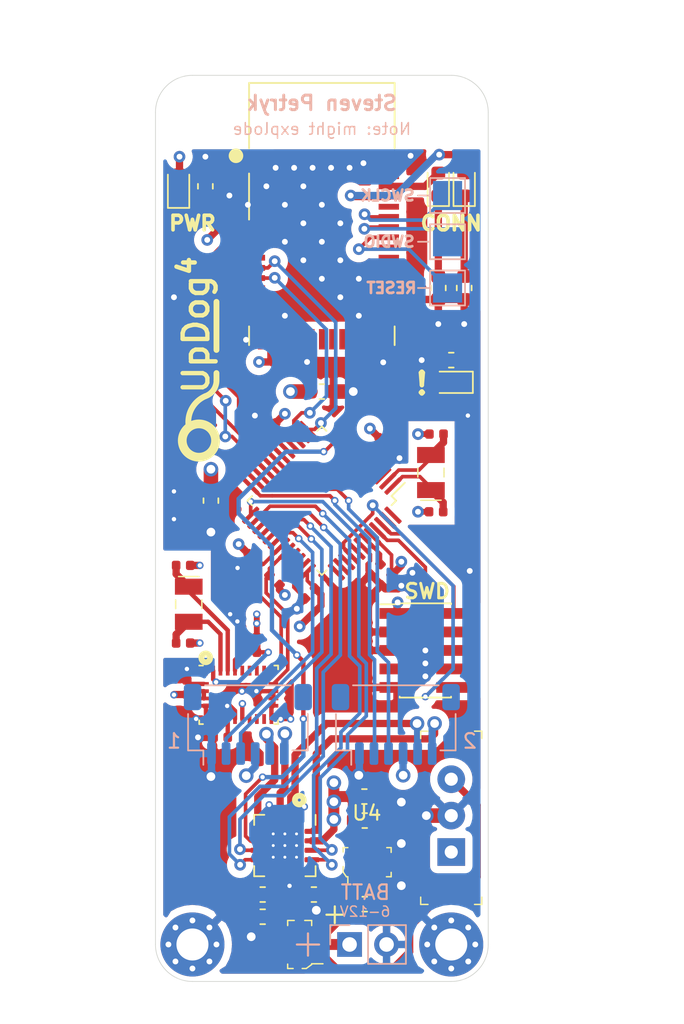
<source format=kicad_pcb>
(kicad_pcb (version 20171130) (host pcbnew "(5.1.6-0-10_14)")
  (layers (0 F.Cu signal) (1 In1.Cu power) (2 In2.Cu power) (31 B.Cu signal) (34 B.Paste user) (35 F.Paste user) (36 B.SilkS user) (37 F.SilkS user) (38 B.Mask user) (39 F.Mask user) (44 Edge.Cuts user))
  (net 0 "")
  (net 1 +3V3)
  (net 2 +BATT)
  (net 3 "Net-(D1-Pad1)")
  (net 4 "Net-(D2-Pad1)")
  (net 5 GND)
  (net 6 /SDA)
  (net 7 /SCL)
  (net 8 /SWDCLK)
  (net 9 /SWDIO)
  (net 10 "Net-(C5-Pad1)")
  (net 11 "Net-(C18-Pad1)")
  (net 12 /BT_CONN)
  (net 13 "Net-(D3-Pad1)")
  (net 14 /M1B)
  (net 15 /M1A)
  (net 16 /M2B)
  (net 17 /M2A)
  (net 18 /MISO)
  (net 19 /SCK)
  (net 20 /MOSI)
  (net 21 /~RESET)
  (net 22 /ENC1B)
  (net 23 /ENC1A)
  (net 24 /ENC2B)
  (net 25 /ENC2A)
  (net 26 /NRF_IRQ)
  (net 27 /NRF_CS)
  (net 28 /AIN1)
  (net 29 /AIN2)
  (net 30 /BIN2)
  (net 31 /BIN1)
  (net 32 /NRF_SWCLK)
  (net 33 /NRF_SWDIO)
  (net 34 /NRF_RESET)
  (net 35 "Net-(C4-Pad1)")
  (net 36 "Net-(C14-Pad1)")
  (net 37 "Net-(C15-Pad2)")
  (net 38 "Net-(C16-Pad2)")
  (net 39 "Net-(C20-Pad1)")
  (net 40 "Net-(C3-Pad2)")
  (net 41 "Net-(BATT1-Pad1)")
  (net 42 "Net-(D4-Pad1)")
  (net 43 /BT_MODE)
  (net 44 /D21_LED)
  (net 45 "Net-(Q1-Pad1)")
  (net 46 /DRV_FAULT)
  (module digikey-footprints:SOT-753 (layer F.Cu) (at 127.5715 107.3785)
    (fp_text reference U4 (at -0.025 -3.375) (layer F.SilkS))
    (fp_text value MIC5219-3_3YM5-TR)
    (pad 1 smd rect (at -0.95 1.35) (size 0.6 1.05) (layers F.Cu F.Paste F.Mask) (net 2 +BATT))
    (pad 2 smd rect (at 0 1.35) (size 0.6 1.05) (layers F.Cu F.Paste F.Mask) (net 5 GND))
    (pad 3 smd rect (at 0.95 1.35) (size 0.6 1.05) (layers F.Cu F.Paste F.Mask) (net 2 +BATT))
    (pad 4 smd rect (at 0.95 -1.35) (size 0.6 1.05) (layers F.Cu F.Paste F.Mask))
    (pad 5 smd rect (at -0.95 -1.35) (size 0.6 1.05) (layers F.Cu F.Paste F.Mask) (net 1 +3V3))
  )
  (module Package_QFP:LQFP-48_7x7mm_P0.5mm (layer F.Cu) (at 124.46 82.55 225)
    (fp_text reference U1 hide)
    (fp_text value ATSAMD21G18)
    (pad 1 smd roundrect (at -4.1625 -2.75 225) (size 1.475 0.3) (layers F.Cu F.Paste F.Mask) (net 35 "Net-(C4-Pad1)"))
    (pad 2 smd roundrect (at -4.1625 -2.25 225) (size 1.475 0.3) (layers F.Cu F.Paste F.Mask) (net 10 "Net-(C5-Pad1)"))
    (pad 3 smd roundrect (at -4.1625 -1.75 225) (size 1.475 0.3) (layers F.Cu F.Paste F.Mask))
    (pad 4 smd roundrect (at -4.1625 -1.25 225) (size 1.475 0.3) (layers F.Cu F.Paste F.Mask))
    (pad 5 smd roundrect (at -4.1625 -0.75 225) (size 1.475 0.3) (layers F.Cu F.Paste F.Mask) (net 5 GND))
    (pad 6 smd roundrect (at -4.1625 -0.25 225) (size 1.475 0.3) (layers F.Cu F.Paste F.Mask) (net 1 +3V3))
    (pad 7 smd roundrect (at -4.1625 0.25 225) (size 1.475 0.3) (layers F.Cu F.Paste F.Mask))
    (pad 8 smd roundrect (at -4.1625 0.75 225) (size 1.475 0.3) (layers F.Cu F.Paste F.Mask))
    (pad 9 smd roundrect (at -4.1625 1.25 225) (size 1.475 0.3) (layers F.Cu F.Paste F.Mask))
    (pad 10 smd roundrect (at -4.1625 1.75 225) (size 1.475 0.3) (layers F.Cu F.Paste F.Mask))
    (pad 11 smd roundrect (at -4.1625 2.25 225) (size 1.475 0.3) (layers F.Cu F.Paste F.Mask) (net 46 /DRV_FAULT))
    (pad 12 smd roundrect (at -4.1625 2.75 225) (size 1.475 0.3) (layers F.Cu F.Paste F.Mask) (net 44 /D21_LED))
    (pad 13 smd roundrect (at -2.75 4.1625 225) (size 0.3 1.475) (layers F.Cu F.Paste F.Mask) (net 27 /NRF_CS))
    (pad 14 smd roundrect (at -2.25 4.1625 225) (size 0.3 1.475) (layers F.Cu F.Paste F.Mask) (net 26 /NRF_IRQ))
    (pad 15 smd roundrect (at -1.75 4.1625 225) (size 0.3 1.475) (layers F.Cu F.Paste F.Mask))
    (pad 16 smd roundrect (at -1.25 4.1625 225) (size 0.3 1.475) (layers F.Cu F.Paste F.Mask))
    (pad 17 smd roundrect (at -0.75 4.1625 225) (size 0.3 1.475) (layers F.Cu F.Paste F.Mask) (net 1 +3V3))
    (pad 18 smd roundrect (at -0.25 4.1625 225) (size 0.3 1.475) (layers F.Cu F.Paste F.Mask) (net 5 GND))
    (pad 19 smd roundrect (at 0.25 4.1625 225) (size 0.3 1.475) (layers F.Cu F.Paste F.Mask) (net 20 /MOSI))
    (pad 20 smd roundrect (at 0.75 4.1625 225) (size 0.3 1.475) (layers F.Cu F.Paste F.Mask) (net 19 /SCK))
    (pad 21 smd roundrect (at 1.25 4.1625 225) (size 0.3 1.475) (layers F.Cu F.Paste F.Mask) (net 18 /MISO))
    (pad 22 smd roundrect (at 1.75 4.1625 225) (size 0.3 1.475) (layers F.Cu F.Paste F.Mask))
    (pad 23 smd roundrect (at 2.25 4.1625 225) (size 0.3 1.475) (layers F.Cu F.Paste F.Mask) (net 24 /ENC2B))
    (pad 24 smd roundrect (at 2.75 4.1625 225) (size 0.3 1.475) (layers F.Cu F.Paste F.Mask) (net 25 /ENC2A))
    (pad 25 smd roundrect (at 4.1625 2.75 225) (size 1.475 0.3) (layers F.Cu F.Paste F.Mask) (net 28 /AIN1))
    (pad 26 smd roundrect (at 4.1625 2.25 225) (size 1.475 0.3) (layers F.Cu F.Paste F.Mask) (net 29 /AIN2))
    (pad 27 smd roundrect (at 4.1625 1.75 225) (size 1.475 0.3) (layers F.Cu F.Paste F.Mask) (net 31 /BIN1))
    (pad 28 smd roundrect (at 4.1625 1.25 225) (size 1.475 0.3) (layers F.Cu F.Paste F.Mask) (net 30 /BIN2))
    (pad 29 smd roundrect (at 4.1625 0.75 225) (size 1.475 0.3) (layers F.Cu F.Paste F.Mask) (net 22 /ENC1B))
    (pad 30 smd roundrect (at 4.1625 0.25 225) (size 1.475 0.3) (layers F.Cu F.Paste F.Mask) (net 23 /ENC1A))
    (pad 31 smd roundrect (at 4.1625 -0.25 225) (size 1.475 0.3) (layers F.Cu F.Paste F.Mask) (net 6 /SDA))
    (pad 32 smd roundrect (at 4.1625 -0.75 225) (size 1.475 0.3) (layers F.Cu F.Paste F.Mask) (net 7 /SCL))
    (pad 33 smd roundrect (at 4.1625 -1.25 225) (size 1.475 0.3) (layers F.Cu F.Paste F.Mask))
    (pad 34 smd roundrect (at 4.1625 -1.75 225) (size 1.475 0.3) (layers F.Cu F.Paste F.Mask))
    (pad 35 smd roundrect (at 4.1625 -2.25 225) (size 1.475 0.3) (layers F.Cu F.Paste F.Mask) (net 5 GND))
    (pad 36 smd roundrect (at 4.1625 -2.75 225) (size 1.475 0.3) (layers F.Cu F.Paste F.Mask) (net 1 +3V3))
    (pad 37 smd roundrect (at 2.75 -4.1625 225) (size 0.3 1.475) (layers F.Cu F.Paste F.Mask))
    (pad 38 smd roundrect (at 2.25 -4.1625 225) (size 0.3 1.475) (layers F.Cu F.Paste F.Mask))
    (pad 39 smd roundrect (at 1.75 -4.1625 225) (size 0.3 1.475) (layers F.Cu F.Paste F.Mask))
    (pad 40 smd roundrect (at 1.25 -4.1625 225) (size 0.3 1.475) (layers F.Cu F.Paste F.Mask) (net 21 /~RESET))
    (pad 41 smd roundrect (at 0.75 -4.1625 225) (size 0.3 1.475) (layers F.Cu F.Paste F.Mask))
    (pad 42 smd roundrect (at 0.25 -4.1625 225) (size 0.3 1.475) (layers F.Cu F.Paste F.Mask) (net 5 GND))
    (pad 43 smd roundrect (at -0.25 -4.1625 225) (size 0.3 1.475) (layers F.Cu F.Paste F.Mask) (net 40 "Net-(C3-Pad2)"))
    (pad 44 smd roundrect (at -0.75 -4.1625 225) (size 0.3 1.475) (layers F.Cu F.Paste F.Mask) (net 1 +3V3))
    (pad 45 smd roundrect (at -1.25 -4.1625 225) (size 0.3 1.475) (layers F.Cu F.Paste F.Mask) (net 8 /SWDCLK))
    (pad 46 smd roundrect (at -1.75 -4.1625 225) (size 0.3 1.475) (layers F.Cu F.Paste F.Mask) (net 9 /SWDIO))
    (pad 47 smd roundrect (at -2.25 -4.1625 225) (size 0.3 1.475) (layers F.Cu F.Paste F.Mask))
    (pad 48 smd roundrect (at -2.75 -4.1625 225) (size 0.3 1.475) (layers F.Cu F.Paste F.Mask))
  )
  (module Connector_PinHeader_1.27mm:PinHeader_2x05_P1.27mm_Vertical_SMD (layer F.Cu) (at 131.572 92.837)
    (fp_text reference J1)
    (fp_text value "JTAG Debugger")
    (pad 1 smd rect (at -1.95 -2.54) (size 2.4 0.74) (layers F.Cu F.Paste F.Mask) (net 1 +3V3))
    (pad 2 smd rect (at 1.95 -2.54) (size 2.4 0.74) (layers F.Cu F.Paste F.Mask) (net 9 /SWDIO))
    (pad 3 smd rect (at -1.95 -1.27) (size 2.4 0.74) (layers F.Cu F.Paste F.Mask) (net 5 GND))
    (pad 4 smd rect (at 1.95 -1.27) (size 2.4 0.74) (layers F.Cu F.Paste F.Mask) (net 8 /SWDCLK))
    (pad 5 smd rect (at -1.95 0) (size 2.4 0.74) (layers F.Cu F.Paste F.Mask) (net 5 GND))
    (pad 6 smd rect (at 1.95 0) (size 2.4 0.74) (layers F.Cu F.Paste F.Mask))
    (pad 7 smd rect (at -1.95 1.27) (size 2.4 0.74) (layers F.Cu F.Paste F.Mask))
    (pad 8 smd rect (at 1.95 1.27) (size 2.4 0.74) (layers F.Cu F.Paste F.Mask))
    (pad 9 smd rect (at -1.95 2.54) (size 2.4 0.74) (layers F.Cu F.Paste F.Mask) (net 5 GND))
    (pad 10 smd rect (at 1.95 2.54) (size 2.4 0.74) (layers F.Cu F.Paste F.Mask) (net 21 /~RESET))
  )
  (module Capacitor_SMD:C_0603_1608Metric (layer F.Cu) (at 127.381 102.87 180)
    (fp_text reference C23)
    (fp_text value 1µ)
    (pad 2 smd roundrect (at 0.7875 0 180) (size 0.875 0.95) (layers F.Cu F.Paste F.Mask) (net 1 +3V3))
    (pad 1 smd roundrect (at -0.7875 0 180) (size 0.875 0.95) (layers F.Cu F.Paste F.Mask) (net 5 GND))
  )
  (module Resistor_SMD:R_0603_1608Metric (layer F.Cu) (at 133.35 72.898 180)
    (fp_text reference R6)
    (fp_text value 100)
    (pad 2 smd roundrect (at 0.7875 0 180) (size 0.875 0.95) (layers F.Cu F.Paste F.Mask) (net 5 GND))
    (pad 1 smd roundrect (at -0.7875 0 180) (size 0.875 0.95) (layers F.Cu F.Paste F.Mask) (net 42 "Net-(D4-Pad1)"))
  )
  (module LED_SMD:LED_0603_1608Metric (layer F.Cu) (at 133.35 74.422 180)
    (fp_text reference D4)
    (fp_text value Red)
    (pad 2 smd roundrect (at 0.7875 0 180) (size 0.875 0.95) (layers F.Cu F.Paste F.Mask) (net 44 /D21_LED))
    (pad 1 smd roundrect (at -0.7875 0 180) (size 0.875 0.95) (layers F.Cu F.Paste F.Mask) (net 42 "Net-(D4-Pad1)"))
  )
  (module LED_SMD:LED_0603_1608Metric (layer F.Cu) (at 132.461 60.833 90)
    (fp_text reference D3)
    (fp_text value Blue)
    (pad 2 smd roundrect (at 0.7875 0 90) (size 0.875 0.95) (layers F.Cu F.Paste F.Mask) (net 12 /BT_CONN))
    (pad 1 smd roundrect (at -0.7875 0 90) (size 0.875 0.95) (layers F.Cu F.Paste F.Mask) (net 13 "Net-(D3-Pad1)"))
  )
  (module LED_SMD:LED_0603_1608Metric (layer F.Cu) (at 114.6175 60.96 90)
    (fp_text reference D2)
    (fp_text value Red)
    (pad 2 smd roundrect (at 0.7875 0 90) (size 0.875 0.95) (layers F.Cu F.Paste F.Mask) (net 1 +3V3))
    (pad 1 smd roundrect (at -0.7875 0 90) (size 0.875 0.95) (layers F.Cu F.Paste F.Mask) (net 4 "Net-(D2-Pad1)"))
  )
  (module digikey-footprints:SOT-23-3 (layer F.Cu) (at 122.936 113.03 180)
    (fp_text reference Q1)
    (fp_text value DMG2305UX-13)
    (pad 1 smd rect (at -1.05 -0.95 180) (size 1.3 0.6) (layers F.Cu F.Paste F.Mask) (net 45 "Net-(Q1-Pad1)"))
    (pad 2 smd rect (at -1.05 0.95 180) (size 1.3 0.6) (layers F.Cu F.Paste F.Mask) (net 2 +BATT))
    (pad 3 smd rect (at 1.05 0 180) (size 1.3 0.6) (layers F.Cu F.Paste F.Mask) (net 41 "Net-(BATT1-Pad1)"))
  )
  (module Capacitor_SMD:C_0402_1005Metric (layer F.Cu) (at 119.507 91.948 180)
    (fp_text reference C12)
    (fp_text value 6.8n)
    (pad 2 smd roundrect (at 0.485 0 180) (size 0.59 0.64) (layers F.Cu F.Paste F.Mask) (net 5 GND))
    (pad 1 smd roundrect (at -0.485 0 180) (size 0.59 0.64) (layers F.Cu F.Paste F.Mask) (net 1 +3V3))
  )
  (module Capacitor_SMD:C_0402_1005Metric (layer F.Cu) (at 119.507 92.964 180)
    (fp_text reference C22)
    (fp_text value 0.1µ)
    (pad 2 smd roundrect (at 0.485 0 180) (size 0.59 0.64) (layers F.Cu F.Paste F.Mask) (net 5 GND))
    (pad 1 smd roundrect (at -0.485 0 180) (size 0.59 0.64) (layers F.Cu F.Paste F.Mask) (net 1 +3V3))
  )
  (module MDBT40:MODULE_MDBT40-256RV3 (layer F.Cu) (at 124.46 62.865)
    (fp_text reference U2 hide)
    (fp_text value MDBT40-256RV3)
    (pad 12 smd rect (at -4.6 7.2) (size 1.4 0.4) (layers F.Cu F.Paste F.Mask))
    (pad 10 smd rect (at -4.6 5.8) (size 1.4 0.4) (layers F.Cu F.Paste F.Mask))
    (pad 11 smd rect (at -4.6 6.5) (size 1.4 0.4) (layers F.Cu F.Paste F.Mask))
    (pad 13 smd rect (at -4.2 8.6) (size 0.4 1.4) (layers F.Cu F.Paste F.Mask) (net 5 GND))
    (pad 9 smd rect (at -4.6 5.1) (size 1.4 0.4) (layers F.Cu F.Paste F.Mask))
    (pad 8 smd rect (at -4.6 4.4) (size 1.4 0.4) (layers F.Cu F.Paste F.Mask) (net 26 /NRF_IRQ))
    (pad 7 smd rect (at -4.6 3.7) (size 1.4 0.4) (layers F.Cu F.Paste F.Mask) (net 27 /NRF_CS))
    (pad 6 smd rect (at -4.6 3) (size 1.4 0.4) (layers F.Cu F.Paste F.Mask) (net 20 /MOSI))
    (pad 5 smd rect (at -4.6 2.3) (size 1.4 0.4) (layers F.Cu F.Paste F.Mask) (net 18 /MISO))
    (pad 4 smd rect (at -4.6 1.6) (size 1.4 0.4) (layers F.Cu F.Paste F.Mask) (net 19 /SCK))
    (pad 3 smd rect (at -4.6 0.9) (size 1.4 0.4) (layers F.Cu F.Paste F.Mask) (net 1 +3V3))
    (pad 2 smd rect (at -4.6 -3.3) (size 1.4 0.4) (layers F.Cu F.Paste F.Mask) (net 5 GND))
    (pad 1 smd rect (at -4.6 -4) (size 1.4 0.4) (layers F.Cu F.Paste F.Mask) (net 5 GND))
    (pad 20 smd rect (at 0.7 8.6) (size 0.4 1.4) (layers F.Cu F.Paste F.Mask))
    (pad 19 smd rect (at 0 8.6) (size 0.4 1.4) (layers F.Cu F.Paste F.Mask))
    (pad 21 smd rect (at 1.4 8.6) (size 0.4 1.4) (layers F.Cu F.Paste F.Mask))
    (pad 17 smd rect (at -1.4 8.6) (size 0.4 1.4) (layers F.Cu F.Paste F.Mask))
    (pad 22 smd rect (at 2.1 8.6) (size 0.4 1.4) (layers F.Cu F.Paste F.Mask))
    (pad 23 smd rect (at 2.8 8.6) (size 0.4 1.4) (layers F.Cu F.Paste F.Mask))
    (pad 24 smd rect (at 3.5 8.6) (size 0.4 1.4) (layers F.Cu F.Paste F.Mask))
    (pad 25 smd rect (at 4.2 8.6) (size 0.4 1.4) (layers F.Cu F.Paste F.Mask) (net 5 GND))
    (pad 26 smd rect (at 4.6 7.2) (size 1.4 0.4) (layers F.Cu F.Paste F.Mask))
    (pad 27 smd rect (at 4.6 6.5) (size 1.4 0.4) (layers F.Cu F.Paste F.Mask))
    (pad 28 smd rect (at 4.6 5.8) (size 1.4 0.4) (layers F.Cu F.Paste F.Mask))
    (pad 29 smd rect (at 4.6 5.1) (size 1.4 0.4) (layers F.Cu F.Paste F.Mask))
    (pad 16 smd rect (at -2.1 8.6) (size 0.4 1.4) (layers F.Cu F.Paste F.Mask) (net 5 GND))
    (pad 18 smd rect (at -0.7 8.6) (size 0.4 1.4) (layers F.Cu F.Paste F.Mask))
    (pad 15 smd rect (at -2.8 8.6) (size 0.4 1.4) (layers F.Cu F.Paste F.Mask))
    (pad 14 smd rect (at -3.5 8.6) (size 0.4 1.4) (layers F.Cu F.Paste F.Mask) (net 1 +3V3))
    (pad 30 smd rect (at 4.6 4.4) (size 1.4 0.4) (layers F.Cu F.Paste F.Mask))
    (pad 31 smd rect (at 4.6 3.7) (size 1.4 0.4) (layers F.Cu F.Paste F.Mask))
    (pad 32 smd rect (at 4.6 3) (size 1.4 0.4) (layers F.Cu F.Paste F.Mask))
    (pad 33 smd rect (at 4.6 2.3) (size 1.4 0.4) (layers F.Cu F.Paste F.Mask))
    (pad 34 smd rect (at 4.6 1.6) (size 1.4 0.4) (layers F.Cu F.Paste F.Mask) (net 34 /NRF_RESET))
    (pad 35 smd rect (at 4.6 0.9) (size 1.4 0.4) (layers F.Cu F.Paste F.Mask) (net 33 /NRF_SWDIO))
    (pad 36 smd rect (at 4.6 0.2) (size 1.4 0.4) (layers F.Cu F.Paste F.Mask) (net 32 /NRF_SWCLK))
    (pad 37 smd rect (at 4.6 -0.5) (size 1.4 0.4) (layers F.Cu F.Paste F.Mask))
    (pad 38 smd rect (at 4.6 -1.2) (size 1.4 0.4) (layers F.Cu F.Paste F.Mask) (net 43 /BT_MODE))
    (pad 39 smd rect (at 4.6 -1.9) (size 1.4 0.4) (layers F.Cu F.Paste F.Mask) (net 12 /BT_CONN))
    (pad 40 smd rect (at 4.6 -2.6) (size 1.4 0.4) (layers F.Cu F.Paste F.Mask))
    (pad 41 smd rect (at 4.6 -3.3) (size 1.4 0.4) (layers F.Cu F.Paste F.Mask))
    (pad 42 smd rect (at 4.6 -4) (size 1.4 0.4) (layers F.Cu F.Paste F.Mask) (net 5 GND))
  )
  (module digikey-footprints:SMD-2_3.2x1.5mm (layer F.Cu) (at 115.316 89.662001 270)
    (fp_text reference XTAL2 hide)
    (fp_text value 32.768kHz)
    (pad 1 smd rect (at -1.205 0 270) (size 1.1 1.9) (layers F.Cu F.Paste F.Mask) (net 37 "Net-(C15-Pad2)"))
    (pad 2 smd rect (at 1.205 0 270) (size 1.1 1.9) (layers F.Cu F.Paste F.Mask) (net 38 "Net-(C16-Pad2)"))
  )
  (module Capacitor_SMD:C_0402_1005Metric (layer F.Cu) (at 115.189 95.377 90)
    (fp_text reference C21 hide)
    (fp_text value 0.1µ)
    (pad 2 smd roundrect (at 0.485 0 90) (size 0.59 0.64) (layers F.Cu F.Paste F.Mask) (net 5 GND))
    (pad 1 smd roundrect (at -0.485 0 90) (size 0.59 0.64) (layers F.Cu F.Paste F.Mask) (net 1 +3V3))
  )
  (module Capacitor_SMD:C_0402_1005Metric (layer F.Cu) (at 128.143 87.249 45)
    (fp_text reference C3)
    (fp_text value 1µ)
    (pad 2 smd roundrect (at 0.485 0 45) (size 0.59 0.64) (layers F.Cu F.Paste F.Mask) (net 40 "Net-(C3-Pad2)"))
    (pad 1 smd roundrect (at -0.485 0 45) (size 0.59 0.64) (layers F.Cu F.Paste F.Mask) (net 5 GND))
  )
  (module Capacitor_SMD:C_0402_1005Metric (layer F.Cu) (at 121.666 73.025)
    (fp_text reference C11)
    (fp_text value 10µ)
    (pad 2 smd roundrect (at 0.485 0) (size 0.59 0.64) (layers F.Cu F.Paste F.Mask) (net 5 GND))
    (pad 1 smd roundrect (at -0.485 0) (size 0.59 0.64) (layers F.Cu F.Paste F.Mask) (net 1 +3V3))
  )
  (module Package_DFN_QFN:Texas_S-PWQFN-N16_EP2.1x2.1mm_ThermalVias (layer F.Cu) (at 121.92 106.2355 270)
    (fp_text reference U5)
    (fp_text value DRV8833RTY)
    (pad 1 smd roundrect (at -1.8625 -0.975 270) (size 1.025 0.35) (layers F.Cu F.Paste F.Mask) (net 5 GND))
    (pad 2 smd roundrect (at -1.8625 -0.325 270) (size 1.025 0.35) (layers F.Cu F.Paste F.Mask) (net 17 /M2A))
    (pad 3 smd roundrect (at -1.8625 0.325 270) (size 1.025 0.35) (layers F.Cu F.Paste F.Mask) (net 14 /M1B))
    (pad 4 smd roundrect (at -1.8625 0.975 270) (size 1.025 0.35) (layers F.Cu F.Paste F.Mask) (net 5 GND))
    (pad 5 smd roundrect (at -0.975 1.8625 270) (size 0.35 1.025) (layers F.Cu F.Paste F.Mask) (net 15 /M1A))
    (pad 6 smd roundrect (at -0.325 1.8625 270) (size 0.35 1.025) (layers F.Cu F.Paste F.Mask) (net 46 /DRV_FAULT))
    (pad 7 smd roundrect (at 0.325 1.8625 270) (size 0.35 1.025) (layers F.Cu F.Paste F.Mask) (net 31 /BIN1))
    (pad 8 smd roundrect (at 0.975 1.8625 270) (size 0.35 1.025) (layers F.Cu F.Paste F.Mask) (net 30 /BIN2))
    (pad 9 smd roundrect (at 1.8625 0.975 270) (size 1.025 0.35) (layers F.Cu F.Paste F.Mask) (net 11 "Net-(C18-Pad1)"))
    (pad 10 smd roundrect (at 1.8625 0.325 270) (size 1.025 0.35) (layers F.Cu F.Paste F.Mask) (net 2 +BATT))
    (pad 11 smd roundrect (at 1.8625 -0.325 270) (size 1.025 0.35) (layers F.Cu F.Paste F.Mask) (net 5 GND))
    (pad 12 smd roundrect (at 1.8625 -0.975 270) (size 1.025 0.35) (layers F.Cu F.Paste F.Mask) (net 39 "Net-(C20-Pad1)"))
    (pad 13 smd roundrect (at 0.975 -1.8625 270) (size 0.35 1.025) (layers F.Cu F.Paste F.Mask) (net 29 /AIN2))
    (pad 14 smd roundrect (at 0.325 -1.8625 270) (size 0.35 1.025) (layers F.Cu F.Paste F.Mask) (net 28 /AIN1))
    (pad 15 smd roundrect (at -0.325 -1.8625 270) (size 0.35 1.025) (layers F.Cu F.Paste F.Mask) (net 1 +3V3))
    (pad 16 smd roundrect (at -0.975 -1.8625 270) (size 0.35 1.025) (layers F.Cu F.Paste F.Mask) (net 16 /M2B))
    (pad 17 smd rect (at 0 0 270) (size 2.1 2.1) (layers F.Cu F.Mask) (net 5 GND))
    (pad 17 thru_hole circle (at -0.8 -0.8 270) (size 0.5 0.5) (drill 0.2) (layers *.Cu) (net 5 GND))
    (pad 17 thru_hole circle (at 0 -0.8 270) (size 0.5 0.5) (drill 0.2) (layers *.Cu) (net 5 GND))
    (pad 17 thru_hole circle (at 0.8 -0.8 270) (size 0.5 0.5) (drill 0.2) (layers *.Cu) (net 5 GND))
    (pad 17 thru_hole circle (at -0.8 0 270) (size 0.5 0.5) (drill 0.2) (layers *.Cu) (net 5 GND))
    (pad 17 thru_hole circle (at 0 0 270) (size 0.5 0.5) (drill 0.2) (layers *.Cu) (net 5 GND))
    (pad 17 thru_hole circle (at 0.8 0 270) (size 0.5 0.5) (drill 0.2) (layers *.Cu) (net 5 GND))
    (pad 17 thru_hole circle (at -0.8 0.8 270) (size 0.5 0.5) (drill 0.2) (layers *.Cu) (net 5 GND))
    (pad 17 thru_hole circle (at 0 0.8 270) (size 0.5 0.5) (drill 0.2) (layers *.Cu) (net 5 GND))
    (pad 17 thru_hole circle (at 0.8 0.8 270) (size 0.5 0.5) (drill 0.2) (layers *.Cu) (net 5 GND))
    (pad 17 smd rect (at 0 0 270) (size 2.1 2.1) (layers B.Cu) (net 5 GND))
  )
  (module MountingHole:MountingHole_2.2mm_M2 (layer F.Cu) (at 115.57 55.88)
    (fp_text reference H1 hide)
    (fp_text value MountingHole)
    (pad 1 np_thru_hole circle (at 0 0) (size 2.2 2.2) (drill 2.2) (layers *.Cu *.Mask))
  )
  (module Capacitor_SMD:C_0402_1005Metric (layer F.Cu) (at 132.334 77.978 180)
    (fp_text reference C5)
    (fp_text value 15p)
    (pad 2 smd roundrect (at 0.485 0 180) (size 0.59 0.64) (layers F.Cu F.Paste F.Mask) (net 5 GND))
    (pad 1 smd roundrect (at -0.485 0 180) (size 0.59 0.64) (layers F.Cu F.Paste F.Mask) (net 10 "Net-(C5-Pad1)"))
  )
  (module Capacitor_SMD:C_0402_1005Metric (layer F.Cu) (at 132.311 83.312 180)
    (fp_text reference C4)
    (fp_text value 15p)
    (pad 2 smd roundrect (at 0.485 0 180) (size 0.59 0.64) (layers F.Cu F.Paste F.Mask) (net 5 GND))
    (pad 1 smd roundrect (at -0.485 0 180) (size 0.59 0.64) (layers F.Cu F.Paste F.Mask) (net 35 "Net-(C4-Pad1)"))
  )
  (module Capacitor_SMD:C_0402_1005Metric (layer F.Cu) (at 128.778 78.613 135)
    (fp_text reference C10)
    (fp_text value 0.1µ)
    (pad 2 smd roundrect (at 0.485 0 135) (size 0.59 0.64) (layers F.Cu F.Paste F.Mask) (net 1 +3V3))
    (pad 1 smd roundrect (at -0.485 0 135) (size 0.59 0.64) (layers F.Cu F.Paste F.Mask) (net 5 GND))
  )
  (module Capacitor_SMD:C_0603_1608Metric (layer F.Cu) (at 124.46 75.057 180)
    (fp_text reference C8)
    (fp_text value 10µ)
    (pad 2 smd roundrect (at 0.7875 0 180) (size 0.875 0.95) (layers F.Cu F.Paste F.Mask) (net 1 +3V3))
    (pad 1 smd roundrect (at -0.7875 0 180) (size 0.875 0.95) (layers F.Cu F.Paste F.Mask) (net 5 GND))
  )
  (module Capacitor_SMD:C_0402_1005Metric (layer F.Cu) (at 128.905 88.011 45)
    (fp_text reference C7)
    (fp_text value 0.1µ)
    (pad 2 smd roundrect (at 0.485 0 45) (size 0.59 0.64) (layers F.Cu F.Paste F.Mask) (net 1 +3V3))
    (pad 1 smd roundrect (at -0.485 0 45) (size 0.59 0.64) (layers F.Cu F.Paste F.Mask) (net 5 GND))
  )
  (module Capacitor_SMD:C_0402_1005Metric (layer F.Cu) (at 123.651776 88.925983 45)
    (fp_text reference C6)
    (fp_text value 0.1µ)
    (pad 2 smd roundrect (at 0.485 0 45) (size 0.59 0.64) (layers F.Cu F.Paste F.Mask) (net 1 +3V3))
    (pad 1 smd roundrect (at -0.485 0 45) (size 0.59 0.64) (layers F.Cu F.Paste F.Mask) (net 5 GND))
  )
  (module Capacitor_SMD:C_0402_1005Metric (layer F.Cu) (at 120.904 77.597 45)
    (fp_text reference C2)
    (fp_text value 0.1µ)
    (pad 2 smd roundrect (at 0.485 0 45) (size 0.59 0.64) (layers F.Cu F.Paste F.Mask) (net 1 +3V3))
    (pad 1 smd roundrect (at -0.485 0 45) (size 0.59 0.64) (layers F.Cu F.Paste F.Mask) (net 5 GND))
  )
  (module Capacitor_SMD:C_0603_1608Metric (layer F.Cu) (at 116.84 82.55 90)
    (fp_text reference C1)
    (fp_text value 10µ)
    (pad 2 smd roundrect (at 0.7875 0 90) (size 0.875 0.95) (layers F.Cu F.Paste F.Mask) (net 1 +3V3))
    (pad 1 smd roundrect (at -0.7875 0 90) (size 0.875 0.95) (layers F.Cu F.Paste F.Mask) (net 5 GND))
  )
  (module Resistor_SMD:R_0402_1005Metric (layer F.Cu) (at 121.204462 87.998929 135)
    (fp_text reference R5)
    (fp_text value 10k)
    (pad 2 smd roundrect (at 0.485 0 135) (size 0.59 0.64) (layers F.Cu F.Paste F.Mask) (net 7 /SCL))
    (pad 1 smd roundrect (at -0.485 0 135) (size 0.59 0.64) (layers F.Cu F.Paste F.Mask) (net 1 +3V3))
  )
  (module Resistor_SMD:R_0402_1005Metric (layer F.Cu) (at 119.786447 86.575947 315)
    (fp_text reference R4)
    (fp_text value 10k)
    (pad 2 smd roundrect (at 0.485 0 315) (size 0.59 0.64) (layers F.Cu F.Paste F.Mask) (net 6 /SDA))
    (pad 1 smd roundrect (at -0.485 0 315) (size 0.59 0.64) (layers F.Cu F.Paste F.Mask) (net 1 +3V3))
  )
  (module Capacitor_SMD:C_0402_1005Metric (layer F.Cu) (at 114.935 92.329 180)
    (fp_text reference C16)
    (fp_text value 15p)
    (pad 2 smd roundrect (at 0.485 0 180) (size 0.59 0.64) (layers F.Cu F.Paste F.Mask) (net 38 "Net-(C16-Pad2)"))
    (pad 1 smd roundrect (at -0.485 0 180) (size 0.59 0.64) (layers F.Cu F.Paste F.Mask) (net 5 GND))
  )
  (module Capacitor_SMD:C_0402_1005Metric (layer F.Cu) (at 114.935 86.995 180)
    (fp_text reference C15)
    (fp_text value 15p)
    (pad 2 smd roundrect (at 0.485 0 180) (size 0.59 0.64) (layers F.Cu F.Paste F.Mask) (net 37 "Net-(C15-Pad2)"))
    (pad 1 smd roundrect (at -0.485 0 180) (size 0.59 0.64) (layers F.Cu F.Paste F.Mask) (net 5 GND))
  )
  (module Capacitor_SMD:C_0402_1005Metric (layer F.Cu) (at 117.510561 98.806001 180)
    (fp_text reference C14)
    (fp_text value 0.1µ)
    (pad 2 smd roundrect (at 0.485 0 180) (size 0.59 0.64) (layers F.Cu F.Paste F.Mask) (net 5 GND))
    (pad 1 smd roundrect (at -0.485 0 180) (size 0.59 0.64) (layers F.Cu F.Paste F.Mask) (net 36 "Net-(C14-Pad1)"))
  )
  (module Capacitor_SMD:C_0402_1005Metric (layer F.Cu) (at 118.11 63.096 90)
    (fp_text reference C9)
    (fp_text value 10µ)
    (pad 2 smd roundrect (at 0.485 0 90) (size 0.59 0.64) (layers F.Cu F.Paste F.Mask) (net 5 GND))
    (pad 1 smd roundrect (at -0.485 0 90) (size 0.59 0.64) (layers F.Cu F.Paste F.Mask) (net 1 +3V3))
  )
  (module Connector_PinHeader_2.54mm:PinHeader_1x02_P2.54mm_Vertical (layer B.Cu) (at 126.365 113.03 270)
    (fp_text reference BATT1)
    (fp_text value Conn_01x02)
    (pad 2 thru_hole oval (at 0 -2.54 270) (size 1.7 1.7) (drill 1) (layers *.Cu *.Mask) (net 5 GND))
    (pad 1 thru_hole rect (at 0 0 270) (size 1.7 1.7) (drill 1) (layers *.Cu *.Mask) (net 41 "Net-(BATT1-Pad1)"))
  )
  (module MountingHole:MountingHole_2.2mm_M2_Pad_Via (layer F.Cu) (at 133.35 113.03)
    (fp_text reference H4)
    (fp_text value MountingHole_Pad)
    (pad 1 thru_hole circle (at 1.166726 -1.166726) (size 0.7 0.7) (drill 0.4) (layers *.Cu *.Mask) (net 5 GND))
    (pad 1 thru_hole circle (at 0 -1.65) (size 0.7 0.7) (drill 0.4) (layers *.Cu *.Mask) (net 5 GND))
    (pad 1 thru_hole circle (at -1.166726 -1.166726) (size 0.7 0.7) (drill 0.4) (layers *.Cu *.Mask) (net 5 GND))
    (pad 1 thru_hole circle (at -1.65 0) (size 0.7 0.7) (drill 0.4) (layers *.Cu *.Mask) (net 5 GND))
    (pad 1 thru_hole circle (at -1.166726 1.166726) (size 0.7 0.7) (drill 0.4) (layers *.Cu *.Mask) (net 5 GND))
    (pad 1 thru_hole circle (at 0 1.65) (size 0.7 0.7) (drill 0.4) (layers *.Cu *.Mask) (net 5 GND))
    (pad 1 thru_hole circle (at 1.166726 1.166726) (size 0.7 0.7) (drill 0.4) (layers *.Cu *.Mask) (net 5 GND))
    (pad 1 thru_hole circle (at 1.65 0) (size 0.7 0.7) (drill 0.4) (layers *.Cu *.Mask) (net 5 GND))
    (pad 1 thru_hole circle (at 0 0) (size 4.4 4.4) (drill 2.2) (layers *.Cu *.Mask) (net 5 GND))
  )
  (module MountingHole:MountingHole_2.2mm_M2_Pad_Via (layer F.Cu) (at 115.57 113.03)
    (fp_text reference H3)
    (fp_text value MountingHole_Pad)
    (pad 1 thru_hole circle (at 1.166726 -1.166726) (size 0.7 0.7) (drill 0.4) (layers *.Cu *.Mask) (net 5 GND))
    (pad 1 thru_hole circle (at 0 -1.65) (size 0.7 0.7) (drill 0.4) (layers *.Cu *.Mask) (net 5 GND))
    (pad 1 thru_hole circle (at -1.166726 -1.166726) (size 0.7 0.7) (drill 0.4) (layers *.Cu *.Mask) (net 5 GND))
    (pad 1 thru_hole circle (at -1.65 0) (size 0.7 0.7) (drill 0.4) (layers *.Cu *.Mask) (net 5 GND))
    (pad 1 thru_hole circle (at -1.166726 1.166726) (size 0.7 0.7) (drill 0.4) (layers *.Cu *.Mask) (net 5 GND))
    (pad 1 thru_hole circle (at 0 1.65) (size 0.7 0.7) (drill 0.4) (layers *.Cu *.Mask) (net 5 GND))
    (pad 1 thru_hole circle (at 1.166726 1.166726) (size 0.7 0.7) (drill 0.4) (layers *.Cu *.Mask) (net 5 GND))
    (pad 1 thru_hole circle (at 1.65 0) (size 0.7 0.7) (drill 0.4) (layers *.Cu *.Mask) (net 5 GND))
    (pad 1 thru_hole circle (at 0 0) (size 4.4 4.4) (drill 2.2) (layers *.Cu *.Mask) (net 5 GND))
  )
  (module digikey-footprints:Switch_Slide_11.6x4mm_EG1218 (layer F.Cu) (at 133.35 106.68 90)
    (fp_text reference S1)
    (fp_text value EG1218)
    (pad 1 thru_hole rect (at 0 0 90) (size 1.9 1.9) (drill 0.9) (layers *.Cu *.Mask))
    (pad 2 thru_hole circle (at 2.5 0 90) (size 1.9 1.9) (drill 0.9) (layers *.Cu *.Mask) (net 5 GND))
    (pad 3 thru_hole circle (at 5 0 90) (size 1.9 1.9) (drill 0.9) (layers *.Cu *.Mask) (net 45 "Net-(Q1-Pad1)"))
  )
  (module digikey-footprints:SMD-2_3.2x1.5mm (layer F.Cu) (at 131.953 80.6196 90)
    (fp_text reference XTAL1 hide)
    (fp_text value 32.768kHz)
    (pad 1 smd rect (at -1.205 0 90) (size 1.1 1.9) (layers F.Cu F.Paste F.Mask) (net 35 "Net-(C4-Pad1)"))
    (pad 2 smd rect (at 1.205 0 90) (size 1.1 1.9) (layers F.Cu F.Paste F.Mask) (net 10 "Net-(C5-Pad1)"))
  )
  (module Inductor_SMD:L_0603_1608Metric (layer F.Cu) (at 134.239 67.945 270)
    (fp_text reference R1 hide)
    (fp_text value 100)
    (pad 2 smd roundrect (at 0.7875 0 270) (size 0.875 0.95) (layers F.Cu F.Paste F.Mask) (net 5 GND))
    (pad 1 smd roundrect (at -0.7875 0 270) (size 0.875 0.95) (layers F.Cu F.Paste F.Mask) (net 3 "Net-(D1-Pad1)"))
  )
  (module TestPoint:TestPoint_Pad_2.0x2.0mm (layer B.Cu) (at 133.096 67.945)
    (fp_text reference TP3 hide)
    (fp_text value TestPoint)
    (pad 1 smd rect (at 0 0) (size 2 2) (layers B.Cu B.Mask) (net 34 /NRF_RESET))
  )
  (module TestPoint:TestPoint_Pad_2.0x2.0mm (layer B.Cu) (at 133.096 64.77)
    (fp_text reference TP2 hide)
    (fp_text value TestPoint)
    (pad 1 smd rect (at 0 0) (size 2 2) (layers B.Cu B.Mask) (net 33 /NRF_SWDIO))
  )
  (module TestPoint:TestPoint_Pad_2.0x2.0mm (layer B.Cu) (at 133.096 61.595)
    (fp_text reference TP1 hide)
    (fp_text value TestPoint)
    (pad 1 smd rect (at 0 0) (size 2 2) (layers B.Cu B.Mask) (net 32 /NRF_SWCLK))
  )
  (module LED_SMD:LED_0603_1608Metric (layer F.Cu) (at 134.239 60.833 90)
    (fp_text reference D1 hide)
    (fp_text value Blue)
    (pad 2 smd roundrect (at 0.7875 0 90) (size 0.875 0.95) (layers F.Cu F.Paste F.Mask) (net 43 /BT_MODE))
    (pad 1 smd roundrect (at -0.7875 0 90) (size 0.875 0.95) (layers F.Cu F.Paste F.Mask) (net 3 "Net-(D1-Pad1)"))
  )
  (module Capacitor_SMD:C_0603_1608Metric (layer F.Cu) (at 123.914 109.601)
    (fp_text reference C20 hide)
    (fp_text value "2.2µ, 6.3V")
    (pad 2 smd roundrect (at 0.7875 0) (size 0.875 0.95) (layers F.Cu F.Paste F.Mask) (net 5 GND))
    (pad 1 smd roundrect (at -0.7875 0) (size 0.875 0.95) (layers F.Cu F.Paste F.Mask) (net 39 "Net-(C20-Pad1)"))
  )
  (module Capacitor_SMD:C_0603_1608Metric (layer F.Cu) (at 120.396 111.125 180)
    (fp_text reference C19 hide)
    (fp_text value 10µ)
    (pad 2 smd roundrect (at 0.7875 0 180) (size 0.875 0.95) (layers F.Cu F.Paste F.Mask) (net 5 GND))
    (pad 1 smd roundrect (at -0.7875 0 180) (size 0.875 0.95) (layers F.Cu F.Paste F.Mask) (net 2 +BATT))
  )
  (module Capacitor_SMD:C_0603_1608Metric (layer F.Cu) (at 120.396 109.601)
    (fp_text reference C18 hide)
    (fp_text value 0.01µ)
    (pad 2 smd roundrect (at 0.7875 0) (size 0.875 0.95) (layers F.Cu F.Paste F.Mask) (net 2 +BATT))
    (pad 1 smd roundrect (at -0.7875 0) (size 0.875 0.95) (layers F.Cu F.Paste F.Mask) (net 11 "Net-(C18-Pad1)"))
  )
  (module Capacitor_SMD:C_0603_1608Metric (layer F.Cu) (at 127.4065 104.521 180)
    (fp_text reference C17 hide)
    (fp_text value 10µ)
    (pad 2 smd roundrect (at 0.7875 0 180) (size 0.875 0.95) (layers F.Cu F.Paste F.Mask) (net 1 +3V3))
    (pad 1 smd roundrect (at -0.7875 0 180) (size 0.875 0.95) (layers F.Cu F.Paste F.Mask) (net 5 GND))
  )
  (module Capacitor_SMD:C_0603_1608Metric (layer F.Cu) (at 127.4065 110.2614 180)
    (fp_text reference C13 hide)
    (fp_text value 10µ)
    (pad 2 smd roundrect (at 0.7875 0 180) (size 0.875 0.95) (layers F.Cu F.Paste F.Mask) (net 2 +BATT))
    (pad 1 smd roundrect (at -0.7875 0 180) (size 0.875 0.95) (layers F.Cu F.Paste F.Mask) (net 5 GND))
  )
  (module MountingHole:MountingHole_2.2mm_M2 (layer F.Cu) (at 133.35 55.88)
    (fp_text reference H2 hide)
    (fp_text value MountingHole)
    (pad 1 np_thru_hole circle (at 0 0) (size 2.2 2.2) (drill 2.2) (layers *.Cu *.Mask))
  )
  (module Resistor_SMD:R_0603_1608Metric (layer F.Cu) (at 132.461 67.945 270)
    (fp_text reference R3 hide)
    (fp_text value 100)
    (pad 2 smd roundrect (at 0.7875 0 270) (size 0.875 0.95) (layers F.Cu F.Paste F.Mask) (net 5 GND))
    (pad 1 smd roundrect (at -0.7875 0 270) (size 0.875 0.95) (layers F.Cu F.Paste F.Mask) (net 13 "Net-(D3-Pad1)"))
  )
  (module Resistor_SMD:R_0603_1608Metric (layer F.Cu) (at 116.459 60.96 90)
    (fp_text reference R2 hide)
    (fp_text value 100)
    (pad 2 smd roundrect (at 0.7875 0 90) (size 0.875 0.95) (layers F.Cu F.Paste F.Mask) (net 5 GND))
    (pad 1 smd roundrect (at -0.7875 0 90) (size 0.875 0.95) (layers F.Cu F.Paste F.Mask) (net 4 "Net-(D2-Pad1)"))
  )
  (module Connector_JST:JST_SH_SM06B-SRSS-TB_1x06-1MP_P1.00mm_Horizontal (layer B.Cu) (at 129.54 97.917)
    (fp_text reference J3 hide)
    (fp_text value Conn_01x06)
    (pad 1 smd roundrect (at -2.5 2) (size 0.6 1.55) (layers B.Cu B.Paste B.Mask) (net 5 GND))
    (pad 2 smd roundrect (at -1.5 2) (size 0.6 1.55) (layers B.Cu B.Paste B.Mask) (net 25 /ENC2A))
    (pad 3 smd roundrect (at -0.5 2) (size 0.6 1.55) (layers B.Cu B.Paste B.Mask) (net 24 /ENC2B))
    (pad 4 smd roundrect (at 0.5 2) (size 0.6 1.55) (layers B.Cu B.Paste B.Mask) (net 1 +3V3))
    (pad 5 smd roundrect (at 1.5 2) (size 0.6 1.55) (layers B.Cu B.Paste B.Mask) (net 17 /M2A))
    (pad 6 smd roundrect (at 2.5 2) (size 0.6 1.55) (layers B.Cu B.Paste B.Mask) (net 16 /M2B))
    (pad MP smd roundrect (at -3.8 -1.875) (size 1.2 1.8) (layers B.Cu B.Paste B.Mask) (roundrect_rratio 0.208333))
    (pad MP smd roundrect (at 3.8 -1.875) (size 1.2 1.8) (layers B.Cu B.Paste B.Mask) (roundrect_rratio 0.208333))
  )
  (module Connector_JST:JST_SH_SM06B-SRSS-TB_1x06-1MP_P1.00mm_Horizontal (layer B.Cu) (at 119.38 97.917)
    (fp_text reference J2 hide)
    (fp_text value Conn_01x06)
    (pad 1 smd roundrect (at -2.5 2) (size 0.6 1.55) (layers B.Cu B.Paste B.Mask) (net 5 GND))
    (pad 2 smd roundrect (at -1.5 2) (size 0.6 1.55) (layers B.Cu B.Paste B.Mask) (net 23 /ENC1A))
    (pad 3 smd roundrect (at -0.5 2) (size 0.6 1.55) (layers B.Cu B.Paste B.Mask) (net 22 /ENC1B))
    (pad 4 smd roundrect (at 0.5 2) (size 0.6 1.55) (layers B.Cu B.Paste B.Mask) (net 1 +3V3))
    (pad 5 smd roundrect (at 1.5 2) (size 0.6 1.55) (layers B.Cu B.Paste B.Mask) (net 15 /M1A))
    (pad 6 smd roundrect (at 2.5 2) (size 0.6 1.55) (layers B.Cu B.Paste B.Mask) (net 14 /M1B))
    (pad MP smd roundrect (at -3.8 -1.875) (size 1.2 1.8) (layers B.Cu B.Paste B.Mask) (roundrect_rratio 0.208333))
    (pad MP smd roundrect (at 3.8 -1.875) (size 1.2 1.8) (layers B.Cu B.Paste B.Mask) (roundrect_rratio 0.208333))
  )
  (module Package_LGA:LGA-28_5.2x3.8mm_P0.5mm (layer F.Cu) (at 118.745 95.885)
    (fp_text reference U3 hide)
    (fp_text value BNO055)
    (pad 19 smd rect (at 2.3875 -0.75 90) (size 0.254 0.675) (layers F.Cu F.Paste F.Mask) (net 7 /SCL))
    (pad 6 smd rect (at -2.25 1.6625) (size 0.254 0.675) (layers F.Cu F.Paste F.Mask) (net 5 GND))
    (pad 2 smd rect (at -2.3875 -0.75 90) (size 0.254 0.675) (layers F.Cu F.Paste F.Mask) (net 5 GND))
    (pad 1 smd rect (at -2.25 -1.6625) (size 0.254 0.675) (layers F.Cu F.Paste F.Mask))
    (pad 3 smd rect (at -2.3875 -0.25 90) (size 0.254 0.675) (layers F.Cu F.Paste F.Mask) (net 1 +3V3))
    (pad 4 smd rect (at -2.3875 0.25 90) (size 0.254 0.675) (layers F.Cu F.Paste F.Mask) (net 1 +3V3))
    (pad 5 smd rect (at -2.3875 0.75 90) (size 0.254 0.675) (layers F.Cu F.Paste F.Mask) (net 5 GND))
    (pad 28 smd rect (at -1.75 -1.6625) (size 0.254 0.675) (layers F.Cu F.Paste F.Mask) (net 1 +3V3))
    (pad 27 smd rect (at -1.25 -1.6625) (size 0.254 0.675) (layers F.Cu F.Paste F.Mask) (net 38 "Net-(C16-Pad2)"))
    (pad 26 smd rect (at -0.75 -1.6625) (size 0.254 0.675) (layers F.Cu F.Paste F.Mask) (net 37 "Net-(C15-Pad2)"))
    (pad 25 smd rect (at -0.25 -1.6625) (size 0.254 0.675) (layers F.Cu F.Paste F.Mask) (net 5 GND))
    (pad 24 smd rect (at 0.25 -1.6625) (size 0.254 0.675) (layers F.Cu F.Paste F.Mask))
    (pad 23 smd rect (at 0.75 -1.6625) (size 0.254 0.675) (layers F.Cu F.Paste F.Mask))
    (pad 22 smd rect (at 1.25 -1.6625) (size 0.254 0.675) (layers F.Cu F.Paste F.Mask))
    (pad 21 smd rect (at 1.75 -1.6625) (size 0.254 0.675) (layers F.Cu F.Paste F.Mask))
    (pad 20 smd rect (at 2.25 -1.6625) (size 0.254 0.675) (layers F.Cu F.Paste F.Mask) (net 6 /SDA))
    (pad 7 smd rect (at -1.75 1.6625) (size 0.254 0.675) (layers F.Cu F.Paste F.Mask))
    (pad 8 smd rect (at -1.25 1.6625) (size 0.254 0.675) (layers F.Cu F.Paste F.Mask))
    (pad 9 smd rect (at -0.75 1.6625) (size 0.254 0.675) (layers F.Cu F.Paste F.Mask) (net 36 "Net-(C14-Pad1)"))
    (pad 10 smd rect (at -0.25 1.6625) (size 0.254 0.675) (layers F.Cu F.Paste F.Mask) (net 5 GND))
    (pad 11 smd rect (at 0.25 1.6625) (size 0.254 0.675) (layers F.Cu F.Paste F.Mask) (net 1 +3V3))
    (pad 12 smd rect (at 0.75 1.6625) (size 0.254 0.675) (layers F.Cu F.Paste F.Mask))
    (pad 13 smd rect (at 1.25 1.6625) (size 0.254 0.675) (layers F.Cu F.Paste F.Mask))
    (pad 14 smd rect (at 1.75 1.6625) (size 0.254 0.675) (layers F.Cu F.Paste F.Mask))
    (pad 15 smd rect (at 2.25 1.6625) (size 0.254 0.675) (layers F.Cu F.Paste F.Mask) (net 5 GND))
    (pad 18 smd rect (at 2.3875 -0.25 90) (size 0.254 0.675) (layers F.Cu F.Paste F.Mask) (net 5 GND))
    (pad 17 smd rect (at 2.3875 0.25 90) (size 0.254 0.675) (layers F.Cu F.Paste F.Mask) (net 5 GND))
    (pad 16 smd rect (at 2.3875 0.75 90) (size 0.254 0.675) (layers F.Cu F.Paste F.Mask) (net 5 GND))
  )
  (gr_text 6-12V (at 127.4318 110.7694) (layer B.SilkS) (effects (font (size 0.7 0.7) (thickness 0.1)) (justify mirror)))
  (gr_circle (center 118.559911 58.865) (end 118.6616 58.865) (layer F.SilkS) (width 0.4))
  (gr_text ! (at 131.3307 74.5109) (layer F.SilkS) (effects (font (size 1.5 1.5) (thickness 0.3))))
  (gr_circle (center 122.9106 103.1113) (end 123.012289 103.1113) (layer F.SilkS) (width 0.4))
  (gr_text BATT (at 127.4572 109.4486) (layer B.SilkS) (effects (font (size 1 1)) (justify mirror)))
  (gr_text "Note: might explode" (at 124.46 57.023) (layer B.SilkS) (effects (font (size 0.8 0.8) (thickness 0.1)) (justify mirror)))
  (gr_text "Steven Petryk" (at 124.46 55.245) (layer B.SilkS) (effects (font (size 1 1) (thickness 0.2)) (justify mirror)))
  (gr_text PWR (at 115.57 63.5) (layer F.SilkS) (effects (font (size 1 1) (thickness 0.25))))
  (gr_text SWD (at 131.699 88.773) (layer F.SilkS) (effects (font (size 1 1) (thickness 0.2))))
  (gr_line (start 131.8895 67.945) (end 131.064 67.945) (layer B.SilkS) (width 0.12))
  (gr_line (start 131.8895 64.77) (end 131.064 64.77) (layer B.SilkS) (width 0.12))
  (gr_line (start 131.8895 61.595) (end 131.064 61.595) (layer B.SilkS) (width 0.12))
  (gr_text 1 (at 114.3 99.06) (layer B.SilkS) (effects (font (size 1 1)) (justify mirror)))
  (gr_text 2 (at 134.62 99.06) (layer B.SilkS) (effects (font (size 1 1)) (justify mirror)))
  (gr_text + (at 123.5075 112.8776) (layer B.SilkS) (effects (font (size 2 2)) (justify mirror)))
  (gr_text + (at 125.349 110.871) (layer F.SilkS) (effects (font (size 1.5 1.5))))
  (gr_circle (center 116.484311 93.345) (end 116.586 93.345) (layer F.SilkS) (width 0.4))
  (gr_arc (start 115.57 55.88) (end 115.57 53.34) (angle -90) (layer Edge.Cuts) (width 0.05))
  (gr_arc (start 133.35 55.88) (end 135.89 55.88) (angle -90) (layer Edge.Cuts) (width 0.05))
  (gr_arc (start 133.35 113.03) (end 133.35 115.57) (angle -90) (layer Edge.Cuts) (width 0.05))
  (gr_arc (start 115.57 113.03) (end 113.03 113.03) (angle -90) (layer Edge.Cuts) (width 0.05))
  (gr_line (start 113.03 113.03) (end 113.03 55.88) (layer Edge.Cuts) (width 0.05))
  (gr_line (start 133.35 115.57) (end 115.57 115.57) (layer Edge.Cuts) (width 0.05))
  (gr_line (start 135.89 55.88) (end 135.89 113.03) (layer Edge.Cuts) (width 0.05))
  (gr_line (start 133.35 53.34) (end 115.57 53.34) (layer Edge.Cuts) (width 0.05))
  (gr_circle (center 116.0145 78.4225) (end 117.1575 78.359) (layer F.SilkS) (width 0.6))
  (gr_arc (start 117.221 77.1525) (end 116.459001 75.374501) (angle -76) (layer F.SilkS) (width 0.4))
  (gr_line (start 117.222762 74.2942) (end 117.221 73.787) (layer F.SilkS) (width 0.4))
  (gr_arc (start 116.078 74.295) (end 116.459 75.3745) (angle -70.6) (layer F.SilkS) (width 0.4))
  (gr_line (start 117.221 72.1995) (end 117.221 68.8975) (layer F.SilkS) (width 0.4))
  (gr_text RESET (at 131.064 67.945) (layer B.SilkS) (effects (font (size 0.75 0.75) (thickness 0.1875)) (justify left mirror)))
  (gr_text SWDIO (at 130.937 64.77) (layer B.SilkS) (effects (font (size 0.75 0.75) (thickness 0.1875)) (justify left mirror)))
  (gr_text SWCLK (at 130.937 61.595) (layer B.SilkS) (effects (font (size 0.75 0.75) (thickness 0.1875)) (justify left mirror)))
  (gr_text 4 (at 115.189 66.421 90) (layer F.SilkS) (effects (font (size 1.2 1.2) (thickness 0.3))))
  (gr_text CONN (at 133.35 63.5) (layer F.SilkS) (effects (font (size 1 1) (thickness 0.25))))
  (gr_text UpDog (at 115.824 71.12 90) (layer F.SilkS) (effects (font (size 1.7 1.7) (thickness 0.3))))
  (segment (start 121.473221 77.480327) (end 121.246947 77.254053) (width 0.25) (layer F.Cu) (net 1))
  (segment (start 121.473221 78.502561) (end 121.473221 77.480327) (width 0.25) (layer F.Cu) (net 1))
  (segment (start 122.046998 79.076338) (end 121.473221 78.502561) (width 0.25) (layer F.Cu) (net 1))
  (via (at 122.301 75.057) (size 1) (drill 0.6) (layers F.Cu B.Cu) (net 1))
  (segment (start 123.6725 75.057) (end 122.301 75.057) (width 1) (layer F.Cu) (net 1))
  (via (at 116.84 80.391) (size 1) (drill 0.6) (layers F.Cu B.Cu) (net 1))
  (segment (start 116.84 81.7625) (end 116.84 80.391) (width 1) (layer F.Cu) (net 1))
  (segment (start 129.247947 86.277287) (end 129.247947 87.668053) (width 0.25) (layer F.Cu) (net 1))
  (segment (start 127.933662 84.963002) (end 129.247947 86.277287) (width 0.25) (layer F.Cu) (net 1))
  (via (at 127.762 77.597) (size 0.8) (drill 0.4) (layers F.Cu B.Cu) (net 1))
  (segment (start 128.435053 78.270053) (end 127.762 77.597) (width 0.5) (layer F.Cu) (net 1))
  (segment (start 128.148056 79.215498) (end 128.148056 78.55705) (width 0.25) (layer F.Cu) (net 1))
  (segment (start 128.148056 78.55705) (end 128.435053 78.270053) (width 0.25) (layer F.Cu) (net 1))
  (segment (start 127.580109 79.783445) (end 128.148056 79.215498) (width 0.25) (layer F.Cu) (net 1))
  (segment (start 118.294 63.765) (end 118.11 63.581) (width 0.5) (layer F.Cu) (net 1))
  (segment (start 119.86 63.765) (end 118.294 63.765) (width 0.5) (layer F.Cu) (net 1))
  (via (at 114.681 58.928) (size 0.8) (drill 0.4) (layers F.Cu B.Cu) (net 1))
  (segment (start 114.681 60.1725) (end 114.681 58.928) (width 0.5) (layer F.Cu) (net 1))
  (via (at 120.142 73.025) (size 0.8) (drill 0.4) (layers F.Cu B.Cu) (net 1))
  (segment (start 121.181 73.025) (end 120.142 73.025) (width 0.5) (layer F.Cu) (net 1))
  (segment (start 120.96 72.804) (end 120.96 71.465) (width 0.5) (layer F.Cu) (net 1))
  (segment (start 121.181 73.025) (end 120.96 72.804) (width 0.5) (layer F.Cu) (net 1))
  (via (at 118.745 85.5345) (size 0.8) (drill 0.4) (layers F.Cu B.Cu) (net 1))
  (segment (start 119.4435 86.233) (end 118.745 85.5345) (width 0.5) (layer F.Cu) (net 1))
  (segment (start 123.461212 88.049525) (end 123.461212 87.437876) (width 0.25) (layer F.Cu) (net 1))
  (segment (start 123.994723 88.583036) (end 123.461212 88.049525) (width 0.25) (layer F.Cu) (net 1))
  (segment (start 116.995 94.2225) (end 117.020001 94.247501) (width 0.25) (layer F.Cu) (net 1))
  (segment (start 116.3535 96.139) (end 116.3575 96.135) (width 0.25) (layer F.Cu) (net 1))
  (via (at 121.92 89.027) (size 0.8) (drill 0.4) (layers F.Cu B.Cu) (net 1))
  (segment (start 124.3965 89.773017) (end 124.3965 88.984813) (width 0.5) (layer F.Cu) (net 1))
  (segment (start 124.3965 88.984813) (end 123.994723 88.583036) (width 0.5) (layer F.Cu) (net 1))
  (segment (start 122.936 91.186) (end 124.3965 89.773017) (width 0.5) (layer F.Cu) (net 1))
  (via (at 122.936 91.186) (size 0.8) (drill 0.4) (layers F.Cu B.Cu) (net 1))
  (segment (start 116.3575 96.135) (end 116.3575 95.635) (width 0.3) (layer F.Cu) (net 1))
  (via (at 120.777 92.964) (size 0.51) (drill 0.3) (layers F.Cu B.Cu) (net 1))
  (segment (start 119.992 92.964) (end 120.777 92.964) (width 0.3) (layer F.Cu) (net 1))
  (segment (start 119.992 92.964) (end 119.992 91.948) (width 0.5) (layer F.Cu) (net 1))
  (segment (start 115.416 95.635) (end 115.189 95.862) (width 0.3) (layer F.Cu) (net 1))
  (segment (start 116.3575 95.635) (end 115.416 95.635) (width 0.3) (layer F.Cu) (net 1))
  (via (at 114.3 95.885) (size 0.51) (drill 0.3) (layers F.Cu B.Cu) (net 1))
  (segment (start 114.323 95.862) (end 114.3 95.885) (width 0.5) (layer F.Cu) (net 1))
  (segment (start 115.189 95.862) (end 114.323 95.862) (width 0.5) (layer F.Cu) (net 1))
  (segment (start 116.995 94.817002) (end 116.995 94.2225) (width 0.3) (layer F.Cu) (net 1))
  (segment (start 117.193 95.015002) (end 116.995 94.817002) (width 0.3) (layer F.Cu) (net 1))
  (segment (start 118.745 94.996) (end 120.777 92.964) (width 0.3) (layer B.Cu) (net 1))
  (segment (start 118.725998 95.015002) (end 118.745 94.996) (width 0.3) (layer B.Cu) (net 1))
  (segment (start 117.193 95.015002) (end 118.725998 95.015002) (width 0.3) (layer B.Cu) (net 1))
  (via (at 117.193 95.015002) (size 0.51) (drill 0.3) (layers F.Cu B.Cu) (net 1))
  (segment (start 126.619 106.276) (end 126.6215 106.2785) (width 0.5) (layer F.Cu) (net 1))
  (segment (start 121.547409 88.654409) (end 121.547409 88.341876) (width 0.5) (layer F.Cu) (net 1))
  (segment (start 121.92 89.027) (end 121.547409 88.654409) (width 0.5) (layer F.Cu) (net 1))
  (via (at 121.92 76.581) (size 0.8) (drill 0.4) (layers F.Cu B.Cu) (net 1))
  (segment (start 121.246947 77.254053) (end 121.92 76.581) (width 0.5) (layer F.Cu) (net 1))
  (via (at 125.2855 104.4448) (size 1) (drill 0.6) (layers F.Cu B.Cu) (net 1))
  (segment (start 118.995 96.652709) (end 118.995 97.5475) (width 0.3) (layer F.Cu) (net 1))
  (segment (start 118.999879 96.4946) (end 118.995 96.652709) (width 0.3) (layer F.Cu) (net 1))
  (via (at 118.999879 96.4946) (size 0.51) (drill 0.3) (layers F.Cu B.Cu) (net 1))
  (via (at 119.9896 90.9828) (size 0.51) (drill 0.3) (layers F.Cu B.Cu) (net 1))
  (segment (start 119.992 90.9852) (end 119.9896 90.9828) (width 0.4) (layer F.Cu) (net 1))
  (segment (start 119.992 91.948) (end 119.992 90.9852) (width 0.4) (layer F.Cu) (net 1))
  (segment (start 119.9896 90.9828) (end 119.9896 90.3478) (width 0.4) (layer F.Cu) (net 1))
  (via (at 119.9896 90.3478) (size 0.51) (drill 0.3) (layers F.Cu B.Cu) (net 1))
  (via (at 116.586 64.643) (size 0.8) (drill 0.4) (layers F.Cu B.Cu) (net 1))
  (segment (start 116.586 64.643) (end 117.648 63.581) (width 0.5) (layer F.Cu) (net 1))
  (segment (start 117.648 63.581) (end 118.11 63.581) (width 0.5) (layer F.Cu) (net 1))
  (segment (start 130.04 101.4015) (end 130.048 101.4095) (width 0.5) (layer B.Cu) (net 1))
  (segment (start 130.04 99.917) (end 130.04 101.4015) (width 0.5) (layer B.Cu) (net 1))
  (via (at 130.048 101.4095) (size 1) (drill 0.6) (layers F.Cu B.Cu) (net 1))
  (segment (start 126.6215 106.2785) (end 126.6215 104.5235) (width 0.75) (layer F.Cu) (net 1))
  (via (at 119.266529 101.435729) (size 1) (drill 0.6) (layers F.Cu B.Cu) (net 1))
  (segment (start 119.88 100.822258) (end 119.266529 101.435729) (width 0.5) (layer B.Cu) (net 1))
  (segment (start 119.88 99.917) (end 119.88 100.822258) (width 0.5) (layer B.Cu) (net 1))
  (segment (start 125.1458 103.25295) (end 125.172022 103.226728) (width 0.5) (layer F.Cu) (net 1))
  (via (at 125.2855 103.226728) (size 1) (drill 0.6) (layers F.Cu B.Cu) (net 1))
  (segment (start 125.196294 103.251) (end 125.172022 103.226728) (width 0.5) (layer F.Cu) (net 1))
  (segment (start 124.501506 105.9105) (end 123.7825 105.9105) (width 0.5) (layer F.Cu) (net 1))
  (segment (start 125.2855 105.126506) (end 124.501506 105.9105) (width 0.5) (layer F.Cu) (net 1))
  (segment (start 125.2855 104.4448) (end 125.2855 105.126506) (width 0.5) (layer F.Cu) (net 1))
  (segment (start 125.309772 103.251) (end 125.2855 103.226728) (width 0.5) (layer F.Cu) (net 1))
  (via (at 125.2855 101.9175) (size 1) (drill 0.6) (layers F.Cu B.Cu) (net 1))
  (segment (start 126.619 102.8955) (end 126.5935 102.87) (width 0.75) (layer F.Cu) (net 1))
  (segment (start 126.619 104.521) (end 126.619 102.8955) (width 0.75) (layer F.Cu) (net 1))
  (segment (start 125.642228 102.87) (end 125.2855 103.226728) (width 0.75) (layer F.Cu) (net 1))
  (segment (start 126.5935 102.87) (end 125.642228 102.87) (width 0.75) (layer F.Cu) (net 1))
  (segment (start 125.2855 101.9175) (end 125.2855 103.226728) (width 0.75) (layer F.Cu) (net 1))
  (segment (start 125.2855 103.226728) (end 125.2855 104.4448) (width 0.75) (layer F.Cu) (net 1))
  (via (at 129.921 86.741) (size 0.8) (drill 0.4) (layers F.Cu B.Cu) (net 1))
  (segment (start 129.253997 87.674103) (end 129.247947 87.668053) (width 0.5) (layer F.Cu) (net 1))
  (segment (start 129.921 87.0071) (end 129.253997 87.674103) (width 0.5) (layer F.Cu) (net 1))
  (segment (start 129.921 86.741) (end 129.921 87.0071) (width 0.5) (layer F.Cu) (net 1))
  (segment (start 129.622 89.58) (end 129.667 89.535) (width 0.5) (layer F.Cu) (net 1))
  (via (at 129.667 89.535) (size 0.8) (drill 0.4) (layers F.Cu B.Cu) (net 1))
  (segment (start 129.622 90.297) (end 129.622 89.58) (width 0.5) (layer F.Cu) (net 1))
  (segment (start 121.1835 111.125) (end 121.1835 109.601) (width 1) (layer F.Cu) (net 2))
  (segment (start 121.1835 109.601) (end 121.442798 109.341702) (width 0.4) (layer F.Cu) (net 2))
  (segment (start 121.569798 108.123202) (end 121.595 108.098) (width 0.4) (layer F.Cu) (net 2))
  (segment (start 121.158 111.1505) (end 121.1835 111.125) (width 1) (layer F.Cu) (net 2))
  (segment (start 121.1705 111.138) (end 121.1835 111.125) (width 1) (layer F.Cu) (net 2))
  (segment (start 123.986 112.08) (end 121.821 112.08) (width 0.75) (layer F.Cu) (net 2))
  (segment (start 121.595 108.098) (end 121.595 108.7145) (width 0.4) (layer F.Cu) (net 2))
  (segment (start 121.595 108.7145) (end 121.1835 109.126) (width 0.4) (layer F.Cu) (net 2))
  (segment (start 121.1835 109.126) (end 121.1835 109.601) (width 0.4) (layer F.Cu) (net 2))
  (segment (start 121.1835 111.4425) (end 121.821 112.08) (width 0.75) (layer F.Cu) (net 2))
  (segment (start 121.1835 111.125) (end 121.1835 111.4425) (width 0.75) (layer F.Cu) (net 2))
  (segment (start 126.619 108.481) (end 126.6215 108.4785) (width 0.75) (layer F.Cu) (net 2))
  (segment (start 126.619 110.2614) (end 126.619 108.481) (width 0.75) (layer F.Cu) (net 2))
  (segment (start 128.5215 107.763498) (end 128.5215 108.4785) (width 0.5) (layer F.Cu) (net 2))
  (segment (start 128.250802 107.4928) (end 128.5215 107.763498) (width 0.5) (layer F.Cu) (net 2))
  (segment (start 126.892198 107.4928) (end 128.250802 107.4928) (width 0.5) (layer F.Cu) (net 2))
  (segment (start 126.6215 107.763498) (end 126.892198 107.4928) (width 0.5) (layer F.Cu) (net 2))
  (segment (start 126.6215 108.4785) (end 126.6215 107.763498) (width 0.5) (layer F.Cu) (net 2))
  (segment (start 124.8004 112.08) (end 126.619 110.2614) (width 0.75) (layer F.Cu) (net 2))
  (segment (start 123.986 112.08) (end 124.8004 112.08) (width 0.75) (layer F.Cu) (net 2))
  (segment (start 134.239 61.6205) (end 134.239 67.1575) (width 0.5) (layer F.Cu) (net 3))
  (segment (start 114.681 61.7475) (end 116.459 61.7475) (width 0.5) (layer F.Cu) (net 4))
  (via (at 127 69.85) (size 0.8) (drill 0.4) (layers F.Cu B.Cu) (net 5))
  (via (at 121.92 69.85) (size 0.8) (drill 0.4) (layers F.Cu B.Cu) (net 5))
  (via (at 123.19 60.96) (size 0.8) (drill 0.4) (layers F.Cu B.Cu) (net 5))
  (via (at 120.65 60.96) (size 0.8) (drill 0.4) (layers F.Cu B.Cu) (net 5))
  (via (at 131.064 83.312) (size 0.8) (drill 0.4) (layers F.Cu B.Cu) (net 5))
  (segment (start 131.826 83.312) (end 131.064 83.312) (width 0.4) (layer F.Cu) (net 5))
  (via (at 131.064 77.978) (size 0.8) (drill 0.4) (layers F.Cu B.Cu) (net 5))
  (segment (start 131.849 77.978) (end 131.064 77.978) (width 0.4) (layer F.Cu) (net 5))
  (segment (start 120.561053 78.297499) (end 120.561053 77.939947) (width 0.25) (layer F.Cu) (net 5))
  (segment (start 121.693445 79.429891) (end 120.561053 78.297499) (width 0.25) (layer F.Cu) (net 5))
  (via (at 126.619 75.057) (size 1) (drill 0.6) (layers F.Cu B.Cu) (net 5))
  (segment (start 125.2475 75.057) (end 126.619 75.057) (width 1) (layer F.Cu) (net 5))
  (via (at 116.84 84.709) (size 1) (drill 0.6) (layers F.Cu B.Cu) (net 5))
  (segment (start 116.84 83.3375) (end 116.84 84.709) (width 1) (layer F.Cu) (net 5))
  (segment (start 127.573779 87.365673) (end 127.800053 87.591947) (width 0.25) (layer F.Cu) (net 5))
  (segment (start 127.573779 86.906039) (end 127.573779 87.365673) (width 0.25) (layer F.Cu) (net 5))
  (segment (start 127.794503 86.685315) (end 127.573779 86.906039) (width 0.25) (layer F.Cu) (net 5))
  (segment (start 127.794503 86.238057) (end 127.794503 86.685315) (width 0.25) (layer F.Cu) (net 5))
  (segment (start 127.226555 85.670109) (end 127.794503 86.238057) (width 0.25) (layer F.Cu) (net 5))
  (via (at 129.794 79.629) (size 0.8) (drill 0.4) (layers F.Cu B.Cu) (net 5))
  (segment (start 129.120947 78.955947) (end 129.794 79.629) (width 0.5) (layer F.Cu) (net 5))
  (segment (start 127.939896 80.136998) (end 129.120947 78.955947) (width 0.25) (layer F.Cu) (net 5))
  (segment (start 127.933662 80.136998) (end 127.939896 80.136998) (width 0.25) (layer F.Cu) (net 5))
  (via (at 118.11 61.595) (size 0.8) (drill 0.4) (layers F.Cu B.Cu) (net 5))
  (segment (start 118.11 62.611) (end 118.11 61.595) (width 0.5) (layer F.Cu) (net 5))
  (via (at 123.444 73.025) (size 0.8) (drill 0.4) (layers F.Cu B.Cu) (net 5))
  (segment (start 122.151 73.025) (end 123.444 73.025) (width 0.5) (layer F.Cu) (net 5))
  (segment (start 122.36 72.816) (end 122.36 71.465) (width 0.5) (layer F.Cu) (net 5))
  (segment (start 122.151 73.025) (end 122.36 72.816) (width 0.5) (layer F.Cu) (net 5))
  (segment (start 122.539711 87.652269) (end 122.539711 88.499812) (width 0.25) (layer F.Cu) (net 5))
  (segment (start 123.107658 87.084322) (end 122.539711 87.652269) (width 0.25) (layer F.Cu) (net 5))
  (segment (start 122.539711 88.499812) (end 123.308829 89.26893) (width 0.25) (layer F.Cu) (net 5))
  (via (at 130.556 58.8645) (size 0.8) (drill 0.4) (layers F.Cu B.Cu) (net 5))
  (segment (start 130.5555 58.865) (end 130.556 58.8645) (width 0.5) (layer F.Cu) (net 5))
  (segment (start 129.06 58.865) (end 130.5555 58.865) (width 0.5) (layer F.Cu) (net 5))
  (via (at 132.461 70.4215) (size 0.8) (drill 0.4) (layers F.Cu B.Cu) (net 5))
  (via (at 134.239 70.4215) (size 0.8) (drill 0.4) (layers F.Cu B.Cu) (net 5))
  (via (at 119.253 71.501) (size 0.8) (drill 0.4) (layers F.Cu B.Cu) (net 5))
  (segment (start 119.289 71.465) (end 119.253 71.501) (width 0.5) (layer F.Cu) (net 5))
  (segment (start 120.26 71.465) (end 119.289 71.465) (width 0.5) (layer F.Cu) (net 5))
  (via (at 122.739688 89.973578) (size 0.8) (drill 0.4) (layers F.Cu B.Cu) (net 5))
  (segment (start 122.739688 89.838071) (end 122.739688 89.973578) (width 0.5) (layer F.Cu) (net 5))
  (segment (start 123.308829 89.26893) (end 122.739688 89.838071) (width 0.5) (layer F.Cu) (net 5))
  (segment (start 127.800053 87.591947) (end 128.562053 88.353947) (width 0.5) (layer F.Cu) (net 5))
  (segment (start 121.92 106.2355) (end 121.92 107.7595) (width 1) (layer B.Cu) (net 5))
  (segment (start 121.92 106.2355) (end 120.396 106.2355) (width 1) (layer B.Cu) (net 5))
  (segment (start 122.72 106.2355) (end 122.72 107.785) (width 1) (layer B.Cu) (net 5))
  (segment (start 121.12 106.2355) (end 121.12 107.5435) (width 1) (layer B.Cu) (net 5))
  (segment (start 121.92 106.2355) (end 121.539 106.2355) (width 1) (layer B.Cu) (net 5))
  (segment (start 121.539 106.2355) (end 120.396 107.3785) (width 1) (layer B.Cu) (net 5))
  (segment (start 121.92 106.2355) (end 121.3485 106.2355) (width 1) (layer B.Cu) (net 5))
  (segment (start 121.3485 106.2355) (end 120.523 105.41) (width 1) (layer B.Cu) (net 5))
  (segment (start 120.523 105.41) (end 120.5865 105.41) (width 1) (layer B.Cu) (net 5))
  (segment (start 120.5865 105.41) (end 121.158 104.8385) (width 1) (layer B.Cu) (net 5))
  (via (at 121.92 62.23) (size 0.8) (drill 0.4) (layers F.Cu B.Cu) (net 5))
  (via (at 124.46 62.23) (size 0.8) (drill 0.4) (layers F.Cu B.Cu) (net 5))
  (via (at 123.19 63.5) (size 0.8) (drill 0.4) (layers F.Cu B.Cu) (net 5))
  (via (at 125.73 63.5) (size 0.8) (drill 0.4) (layers F.Cu B.Cu) (net 5))
  (via (at 121.92 64.77) (size 0.8) (drill 0.4) (layers F.Cu B.Cu) (net 5))
  (via (at 124.46 64.77) (size 0.8) (drill 0.4) (layers F.Cu B.Cu) (net 5))
  (via (at 123.19 66.04) (size 0.8) (drill 0.4) (layers F.Cu B.Cu) (net 5))
  (via (at 125.73 66.04) (size 0.8) (drill 0.4) (layers F.Cu B.Cu) (net 5))
  (via (at 124.46 67.31) (size 0.8) (drill 0.4) (layers F.Cu B.Cu) (net 5))
  (via (at 127 67.31) (size 0.8) (drill 0.4) (layers F.Cu B.Cu) (net 5))
  (via (at 125.73 68.58) (size 0.8) (drill 0.4) (layers F.Cu B.Cu) (net 5))
  (via (at 119.38 62.23) (size 0.8) (drill 0.4) (layers F.Cu B.Cu) (net 5))
  (segment (start 119.86 58.865) (end 119.86 59.565) (width 0.4) (layer F.Cu) (net 5))
  (segment (start 127.825 58.865) (end 129.06 58.865) (width 0.4) (layer F.Cu) (net 5))
  (segment (start 119.985 59.69) (end 121.285 59.69) (width 0.4) (layer F.Cu) (net 5))
  (segment (start 127 59.69) (end 127.3175 59.3725) (width 0.4) (layer F.Cu) (net 5))
  (segment (start 119.86 59.565) (end 119.985 59.69) (width 0.4) (layer F.Cu) (net 5))
  (segment (start 121.285 59.69) (end 122.555 59.69) (width 0.4) (layer F.Cu) (net 5))
  (via (at 121.285 59.69) (size 0.8) (drill 0.4) (layers F.Cu B.Cu) (net 5))
  (segment (start 122.555 59.69) (end 123.825 59.69) (width 0.4) (layer F.Cu) (net 5))
  (via (at 122.555 59.69) (size 0.8) (drill 0.4) (layers F.Cu B.Cu) (net 5))
  (segment (start 123.825 59.69) (end 125.095 59.69) (width 0.4) (layer F.Cu) (net 5))
  (via (at 123.825 59.69) (size 0.8) (drill 0.4) (layers F.Cu B.Cu) (net 5))
  (segment (start 125.095 59.69) (end 126.365 59.69) (width 0.4) (layer F.Cu) (net 5))
  (via (at 125.095 59.69) (size 0.8) (drill 0.4) (layers F.Cu B.Cu) (net 5))
  (segment (start 126.365 59.69) (end 127 59.69) (width 0.4) (layer F.Cu) (net 5))
  (via (at 126.365 59.69) (size 0.8) (drill 0.4) (layers F.Cu B.Cu) (net 5))
  (segment (start 127.3175 59.3725) (end 127.825 58.865) (width 0.4) (layer F.Cu) (net 5))
  (via (at 127.3175 59.3725) (size 0.8) (drill 0.4) (layers F.Cu B.Cu) (net 5))
  (segment (start 132.461 68.7325) (end 132.461 70.4215) (width 0.5) (layer F.Cu) (net 5))
  (segment (start 134.239 68.7325) (end 134.239 70.4215) (width 0.5) (layer F.Cu) (net 5))
  (via (at 129.921 103.251) (size 1) (drill 0.6) (layers F.Cu B.Cu) (net 5))
  (via (at 115.951 98.806) (size 0.8) (drill 0.4) (layers F.Cu B.Cu) (net 5))
  (segment (start 115.951001 98.806001) (end 115.951 98.806) (width 0.5) (layer F.Cu) (net 5))
  (segment (start 117.025561 98.806001) (end 115.951001 98.806001) (width 0.5) (layer F.Cu) (net 5))
  (segment (start 116.495 96.7725) (end 116.3575 96.635) (width 0.3) (layer F.Cu) (net 5))
  (segment (start 116.495 97.5475) (end 116.495 96.7725) (width 0.3) (layer F.Cu) (net 5))
  (segment (start 118.495 93.491) (end 119.022 92.964) (width 0.3) (layer F.Cu) (net 5))
  (segment (start 118.495 94.2225) (end 118.495 93.491) (width 0.3) (layer F.Cu) (net 5))
  (segment (start 119.022 92.964) (end 119.022 91.948) (width 0.5) (layer F.Cu) (net 5))
  (via (at 116.078 86.995) (size 0.51) (drill 0.3) (layers F.Cu B.Cu) (net 5))
  (segment (start 115.42 86.995) (end 116.078 86.995) (width 0.5) (layer F.Cu) (net 5))
  (via (at 116.078 92.329) (size 0.51) (drill 0.3) (layers F.Cu B.Cu) (net 5))
  (segment (start 115.42 92.329) (end 116.078 92.329) (width 0.5) (layer F.Cu) (net 5))
  (segment (start 115.432 95.135) (end 115.189 94.892) (width 0.3) (layer F.Cu) (net 5))
  (segment (start 116.3575 95.135) (end 115.432 95.135) (width 0.3) (layer F.Cu) (net 5))
  (via (at 115.189 94.107) (size 0.51) (drill 0.3) (layers F.Cu B.Cu) (net 5))
  (segment (start 115.189 94.892) (end 115.189 94.107) (width 0.5) (layer F.Cu) (net 5))
  (segment (start 121.1325 96.635) (end 121.1325 95.635) (width 0.3) (layer F.Cu) (net 5))
  (via (at 115.824 97.536) (size 0.51) (drill 0.3) (layers F.Cu B.Cu) (net 5))
  (segment (start 115.8355 97.5475) (end 115.824 97.536) (width 0.3) (layer F.Cu) (net 5))
  (segment (start 116.495 97.5475) (end 115.8355 97.5475) (width 0.3) (layer F.Cu) (net 5))
  (via (at 116.84 101.4984) (size 1) (drill 0.6) (layers F.Cu B.Cu) (net 5))
  (segment (start 116.88 101.4584) (end 116.88 99.917) (width 0.5) (layer B.Cu) (net 5))
  (segment (start 116.84 101.4984) (end 116.88 101.4584) (width 0.5) (layer B.Cu) (net 5))
  (segment (start 133.35 104.18) (end 130.516 104.18) (width 1) (layer F.Cu) (net 5))
  (via (at 114.3 81.915) (size 0.51) (drill 0.3) (layers F.Cu B.Cu) (net 5))
  (via (at 114.3 83.82) (size 0.51) (drill 0.3) (layers F.Cu B.Cu) (net 5))
  (via (at 134.493 76.708) (size 0.51) (drill 0.3) (layers F.Cu B.Cu) (net 5))
  (via (at 119.859775 76.708) (size 0.8) (drill 0.4) (layers F.Cu B.Cu) (net 5))
  (segment (start 119.86607 77.244964) (end 120.561053 77.939947) (width 0.5) (layer F.Cu) (net 5))
  (segment (start 119.859775 76.708) (end 119.86607 77.244964) (width 0.5) (layer F.Cu) (net 5))
  (via (at 114.3 68.58) (size 0.8) (drill 0.4) (layers F.Cu B.Cu) (net 5))
  (segment (start 119.9682 95.635) (end 119.9642 95.631) (width 0.3) (layer F.Cu) (net 5))
  (via (at 119.9642 95.631) (size 0.51) (drill 0.3) (layers F.Cu B.Cu) (net 5))
  (segment (start 121.1325 95.635) (end 119.9682 95.635) (width 0.3) (layer F.Cu) (net 5))
  (via (at 118.9736 95.631) (size 0.51) (drill 0.3) (layers F.Cu B.Cu) (net 5))
  (segment (start 119.9642 95.631) (end 118.9736 95.631) (width 0.3) (layer F.Cu) (net 5))
  (via (at 117.9576 96.647) (size 0.51) (drill 0.3) (layers F.Cu B.Cu) (net 5))
  (segment (start 117.9456 96.635) (end 117.9576 96.647) (width 0.3) (layer F.Cu) (net 5))
  (segment (start 116.3575 96.635) (end 117.9456 96.635) (width 0.3) (layer F.Cu) (net 5))
  (segment (start 117.9576 96.647) (end 118.1608 96.647) (width 0.3) (layer F.Cu) (net 5))
  (segment (start 118.1608 96.647) (end 118.495 96.9812) (width 0.3) (layer F.Cu) (net 5))
  (segment (start 118.495 96.9812) (end 118.495 97.5475) (width 0.3) (layer F.Cu) (net 5))
  (via (at 118.6688 87.1728) (size 0.51) (drill 0.3) (layers F.Cu B.Cu) (net 5))
  (segment (start 117.9576 96.1898) (end 117.9576 96.647) (width 0.3) (layer F.Cu) (net 5))
  (segment (start 118.5164 95.631) (end 117.9576 96.1898) (width 0.3) (layer F.Cu) (net 5))
  (segment (start 118.9736 95.631) (end 118.5164 95.631) (width 0.3) (layer F.Cu) (net 5))
  (segment (start 120.995 96.7725) (end 120.995 97.5475) (width 0.3) (layer F.Cu) (net 5))
  (segment (start 121.1325 96.635) (end 120.995 96.7725) (width 0.3) (layer F.Cu) (net 5))
  (segment (start 119.022 91.209) (end 119.022 91.948) (width 0.5) (layer F.Cu) (net 5))
  (segment (start 118.6561 90.8431) (end 119.022 91.209) (width 0.5) (layer F.Cu) (net 5))
  (via (at 118.6561 90.8431) (size 0.51) (drill 0.3) (layers F.Cu B.Cu) (net 5))
  (segment (start 118.6561 90.8431) (end 118.1608 90.3478) (width 0.5) (layer F.Cu) (net 5))
  (via (at 118.1608 90.3478) (size 0.51) (drill 0.3) (layers F.Cu B.Cu) (net 5))
  (segment (start 121.92 106.2355) (end 121.92 104.3305) (width 1) (layer B.Cu) (net 5))
  (segment (start 122.72 106.2355) (end 122.72 104.686) (width 1) (layer B.Cu) (net 5))
  (via (at 122.23999 109.0041) (size 0.51) (drill 0.3) (layers F.Cu B.Cu) (net 5))
  (segment (start 122.245 108.098) (end 122.245 108.99909) (width 0.4) (layer F.Cu) (net 5))
  (segment (start 122.245 108.99909) (end 122.23999 109.0041) (width 0.4) (layer F.Cu) (net 5))
  (via (at 116.459 58.928) (size 0.8) (drill 0.4) (layers F.Cu B.Cu) (net 5))
  (segment (start 116.459 60.1725) (end 116.459 58.928) (width 0.5) (layer F.Cu) (net 5))
  (via (at 127 101.4095) (size 1) (drill 0.6) (layers F.Cu B.Cu) (net 5))
  (segment (start 127.04 101.3695) (end 127.04 99.917) (width 0.5) (layer B.Cu) (net 5))
  (segment (start 127 101.4095) (end 127.04 101.3695) (width 0.5) (layer B.Cu) (net 5))
  (via (at 124.079 110.6805) (size 1) (drill 0.6) (layers F.Cu B.Cu) (net 5))
  (segment (start 124.7015 110.058) (end 124.079 110.6805) (width 0.5) (layer F.Cu) (net 5))
  (segment (start 124.7015 109.601) (end 124.7015 110.058) (width 0.5) (layer F.Cu) (net 5))
  (via (at 131.318 72.898) (size 0.8) (drill 0.4) (layers F.Cu B.Cu) (net 5))
  (segment (start 132.5625 72.898) (end 131.318 72.898) (width 0.5) (layer F.Cu) (net 5))
  (via (at 131.6374 104.18) (size 1) (drill 0.6) (layers F.Cu B.Cu) (net 5))
  (segment (start 129.921 104.267) (end 129.921 103.251) (width 1) (layer F.Cu) (net 5))
  (segment (start 129.921 106.0958) (end 129.921 104.267) (width 1) (layer F.Cu) (net 5))
  (via (at 129.921 106.0958) (size 1) (drill 0.6) (layers F.Cu B.Cu) (net 5))
  (segment (start 127.5715 109.6389) (end 128.194 110.2614) (width 0.75) (layer F.Cu) (net 5))
  (segment (start 127.5715 108.4785) (end 127.5715 109.6389) (width 0.75) (layer F.Cu) (net 5))
  (segment (start 129.921 106.0958) (end 129.921 108.9914) (width 1) (layer F.Cu) (net 5))
  (via (at 129.921 108.9914) (size 1) (drill 0.6) (layers F.Cu B.Cu) (net 5))
  (segment (start 119.6085 111.125) (end 119.6086 112.4966) (width 1) (layer F.Cu) (net 5))
  (via (at 119.6086 112.4966) (size 1) (drill 0.6) (layers F.Cu B.Cu) (net 5))
  (via (at 121.6291 97.5475) (size 0.51) (drill 0.3) (layers F.Cu B.Cu) (net 5))
  (segment (start 121.6291 97.5475) (end 120.995 97.5475) (width 0.3) (layer F.Cu) (net 5))
  (segment (start 128.651 71.474) (end 128.66 71.465) (width 0.5) (layer F.Cu) (net 5))
  (segment (start 128.6764 73.0504) (end 128.651 71.474) (width 0.5) (layer F.Cu) (net 5))
  (via (at 128.6764 73.0504) (size 0.8) (drill 0.4) (layers F.Cu B.Cu) (net 5))
  (via (at 122.3125 97.5475) (size 0.51) (drill 0.3) (layers F.Cu B.Cu) (net 5))
  (segment (start 121.6291 97.5475) (end 122.3125 97.5475) (width 0.3) (layer F.Cu) (net 5))
  (via (at 120.8405 103.4415) (size 0.51) (drill 0.3) (layers F.Cu B.Cu) (net 5))
  (segment (start 120.945 103.546) (end 120.8405 103.4415) (width 0.3) (layer F.Cu) (net 5))
  (segment (start 120.945 104.373) (end 120.945 103.546) (width 0.3) (layer F.Cu) (net 5))
  (segment (start 122.895 104.373) (end 122.895 103.927) (width 0.3) (layer F.Cu) (net 5))
  (segment (start 122.895 103.927) (end 123.2535 103.5685) (width 0.3) (layer F.Cu) (net 5))
  (via (at 123.2535 103.5685) (size 0.51) (drill 0.3) (layers F.Cu B.Cu) (net 5))
  (segment (start 128.1685 104.4955) (end 128.194 104.521) (width 1) (layer F.Cu) (net 5))
  (segment (start 128.1685 102.87) (end 128.1685 104.4955) (width 1) (layer F.Cu) (net 5))
  (segment (start 129.54 102.87) (end 129.921 103.251) (width 1) (layer F.Cu) (net 5))
  (segment (start 128.1685 102.87) (end 129.54 102.87) (width 1) (layer F.Cu) (net 5))
  (via (at 129.921 88.392) (size 0.8) (drill 0.4) (layers F.Cu B.Cu) (net 5))
  (segment (start 128.816053 88.607947) (end 128.562053 88.353947) (width 0.5) (layer F.Cu) (net 5))
  (segment (start 129.705053 88.607947) (end 128.816053 88.607947) (width 0.5) (layer F.Cu) (net 5))
  (segment (start 129.921 88.392) (end 129.705053 88.607947) (width 0.5) (layer F.Cu) (net 5))
  (segment (start 130.429 87.884) (end 129.921 88.392) (width 0.5) (layer F.Cu) (net 5))
  (segment (start 130.683 87.503) (end 130.429 87.884) (width 0.5) (layer F.Cu) (net 5))
  (via (at 130.683 87.503) (size 0.8) (drill 0.4) (layers F.Cu B.Cu) (net 5))
  (segment (start 129.622 91.567) (end 129.622 92.837) (width 0.5) (layer F.Cu) (net 5))
  (via (at 131.572 92.837) (size 0.8) (drill 0.4) (layers F.Cu B.Cu) (net 5))
  (segment (start 129.622 92.837) (end 131.572 92.837) (width 0.5) (layer F.Cu) (net 5))
  (segment (start 131.572 92.837) (end 131.572 93.726) (width 0.5) (layer F.Cu) (net 5))
  (via (at 131.572 93.726) (size 0.8) (drill 0.4) (layers F.Cu B.Cu) (net 5))
  (via (at 131.572 94.615) (size 0.8) (drill 0.4) (layers F.Cu B.Cu) (net 5))
  (segment (start 131.572 93.726) (end 131.572 94.615) (width 0.5) (layer F.Cu) (net 5))
  (segment (start 130.81 95.377) (end 129.622 95.377) (width 0.5) (layer F.Cu) (net 5))
  (segment (start 131.572 94.615) (end 130.81 95.377) (width 0.5) (layer F.Cu) (net 5))
  (via (at 134.62 87.376) (size 0.8) (drill 0.4) (layers F.Cu B.Cu) (net 5))
  (segment (start 129.921 109.474) (end 129.921 108.9914) (width 1) (layer F.Cu) (net 5))
  (segment (start 129.1336 110.2614) (end 129.921 109.474) (width 1) (layer F.Cu) (net 5))
  (segment (start 128.194 110.2614) (end 129.1336 110.2614) (width 1) (layer F.Cu) (net 5))
  (segment (start 120.44466 86.918894) (end 120.129394 86.918894) (width 0.25) (layer F.Cu) (net 6))
  (segment (start 121.693445 85.670109) (end 120.44466 86.918894) (width 0.25) (layer F.Cu) (net 6))
  (segment (start 121.666 93.5515) (end 120.995 94.2225) (width 0.25) (layer F.Cu) (net 6))
  (segment (start 121.666 90.551) (end 121.666 93.5515) (width 0.25) (layer F.Cu) (net 6))
  (segment (start 120.129394 89.014394) (end 121.666 90.551) (width 0.25) (layer F.Cu) (net 6))
  (segment (start 120.129394 86.918894) (end 120.129394 89.014394) (width 0.25) (layer F.Cu) (net 6))
  (segment (start 120.861515 87.209145) (end 120.861515 87.655982) (width 0.25) (layer F.Cu) (net 7))
  (segment (start 122.046998 86.023662) (end 120.861515 87.209145) (width 0.25) (layer F.Cu) (net 7))
  (segment (start 121.1325 95.134502) (end 121.1325 95.135) (width 0.25) (layer F.Cu) (net 7))
  (segment (start 122.116011 94.150991) (end 121.1325 95.134502) (width 0.25) (layer F.Cu) (net 7))
  (segment (start 122.116011 90.3646) (end 122.116011 94.150991) (width 0.25) (layer F.Cu) (net 7))
  (segment (start 120.635241 88.88383) (end 122.116011 90.3646) (width 0.25) (layer F.Cu) (net 7))
  (segment (start 120.635241 87.882256) (end 120.635241 88.88383) (width 0.25) (layer F.Cu) (net 7))
  (segment (start 120.861515 87.655982) (end 120.635241 87.882256) (width 0.25) (layer F.Cu) (net 7))
  (segment (start 132.072 91.567) (end 133.522 91.567) (width 0.25) (layer F.Cu) (net 8))
  (segment (start 131.572 91.067) (end 132.072 91.567) (width 0.25) (layer F.Cu) (net 8))
  (segment (start 131.572 87.12341) (end 131.572 91.067) (width 0.25) (layer F.Cu) (net 8))
  (segment (start 128.95162 85.273854) (end 129.722444 85.273854) (width 0.25) (layer F.Cu) (net 8))
  (segment (start 129.722444 85.273854) (end 131.572 87.12341) (width 0.25) (layer F.Cu) (net 8))
  (segment (start 128.287215 84.609449) (end 128.95162 85.273854) (width 0.25) (layer F.Cu) (net 8))
  (segment (start 133.522 88.437) (end 133.522 90.297) (width 0.25) (layer F.Cu) (net 9))
  (segment (start 129.208717 84.823843) (end 129.908843 84.823843) (width 0.25) (layer F.Cu) (net 9))
  (segment (start 128.640769 84.255895) (end 129.208717 84.823843) (width 0.25) (layer F.Cu) (net 9))
  (segment (start 129.908843 84.823843) (end 133.522 88.437) (width 0.25) (layer F.Cu) (net 9))
  (segment (start 132.819 78.5486) (end 132.819 77.978) (width 0.5) (layer F.Cu) (net 10))
  (segment (start 131.953 79.4146) (end 132.819 78.5486) (width 0.5) (layer F.Cu) (net 10))
  (segment (start 131.953 79.629) (end 131.953 79.4146) (width 0.25) (layer F.Cu) (net 10))
  (segment (start 131.13301 80.44899) (end 131.953 79.629) (width 0.25) (layer F.Cu) (net 10))
  (segment (start 129.74299 80.44899) (end 131.13301 80.44899) (width 0.25) (layer F.Cu) (net 10))
  (segment (start 128.994322 81.197658) (end 129.74299 80.44899) (width 0.25) (layer F.Cu) (net 10))
  (segment (start 119.6085 109.601) (end 119.634 109.601) (width 0.4) (layer F.Cu) (net 11))
  (segment (start 120.945 108.2645) (end 119.6085 109.601) (width 0.4) (layer F.Cu) (net 11))
  (segment (start 120.945 108.098) (end 120.945 108.2645) (width 0.4) (layer F.Cu) (net 11))
  (segment (start 131.5415 60.965) (end 129.06 60.965) (width 0.5) (layer F.Cu) (net 12))
  (segment (start 132.461 60.0455) (end 131.5415 60.965) (width 0.5) (layer F.Cu) (net 12))
  (segment (start 132.461 61.6205) (end 132.461 67.1575) (width 0.5) (layer F.Cu) (net 13))
  (segment (start 121.595 103.5685) (end 121.595 104.373) (width 0.3) (layer F.Cu) (net 14))
  (segment (start 121.595 103.5685) (end 121.604011 103.559489) (width 0.5) (layer F.Cu) (net 14))
  (segment (start 121.92 98.552) (end 121.92 99.877) (width 0.5) (layer B.Cu) (net 14))
  (via (at 121.92 98.552) (size 1) (drill 0.6) (layers F.Cu B.Cu) (net 14))
  (segment (start 121.92 99.877) (end 121.88 99.917) (width 0.5) (layer B.Cu) (net 14))
  (segment (start 121.921511 102.298358) (end 121.921511 98.553511) (width 0.5) (layer F.Cu) (net 14))
  (segment (start 121.921511 98.553511) (end 121.92 98.552) (width 0.5) (layer F.Cu) (net 14))
  (segment (start 121.595 103.5685) (end 121.595 102.624869) (width 0.5) (layer F.Cu) (net 14))
  (segment (start 121.595 102.624869) (end 121.921511 102.298358) (width 0.5) (layer F.Cu) (net 14))
  (segment (start 120.0575 105.2605) (end 120.0575 104.8385) (width 0.3) (layer F.Cu) (net 15))
  (via (at 120.651359 98.584386) (size 1) (drill 0.6) (layers F.Cu B.Cu) (net 15))
  (segment (start 120.88 99.917) (end 120.88 98.813027) (width 0.5) (layer B.Cu) (net 15))
  (segment (start 120.88 98.813027) (end 120.651359 98.584386) (width 0.5) (layer B.Cu) (net 15))
  (segment (start 120.651359 98.934359) (end 120.651359 98.584386) (width 0.5) (layer F.Cu) (net 15))
  (segment (start 121.2215 99.5045) (end 120.651359 98.934359) (width 0.5) (layer F.Cu) (net 15))
  (segment (start 121.2215 101.727) (end 121.2215 99.5045) (width 0.5) (layer F.Cu) (net 15))
  (segment (start 120.0575 102.891) (end 121.2215 101.727) (width 0.5) (layer F.Cu) (net 15))
  (segment (start 120.0575 104.8385) (end 120.0575 102.891) (width 0.5) (layer F.Cu) (net 15))
  (segment (start 124.079 104.964) (end 124.079 104.4575) (width 0.4) (layer F.Cu) (net 16))
  (segment (start 123.7825 105.2605) (end 124.079 104.964) (width 0.4) (layer F.Cu) (net 16))
  (via (at 132.207 97.8535) (size 1) (drill 0.6) (layers F.Cu B.Cu) (net 16))
  (segment (start 132.04 99.862) (end 132.04 99.917) (width 0.5) (layer B.Cu) (net 16))
  (segment (start 132.04 98.0205) (end 132.207 97.8535) (width 0.5) (layer B.Cu) (net 16))
  (segment (start 132.04 99.917) (end 132.04 98.0205) (width 0.5) (layer B.Cu) (net 16))
  (segment (start 125.1204 98.9076) (end 124.079 99.949) (width 0.5) (layer F.Cu) (net 16))
  (segment (start 131.860006 98.9076) (end 125.1204 98.9076) (width 0.5) (layer F.Cu) (net 16))
  (segment (start 124.079 99.949) (end 124.079 104.4575) (width 0.5) (layer F.Cu) (net 16))
  (segment (start 132.207 98.560606) (end 131.860006 98.9076) (width 0.5) (layer F.Cu) (net 16))
  (segment (start 132.207 97.8535) (end 132.207 98.560606) (width 0.5) (layer F.Cu) (net 16))
  (segment (start 122.245 104.373) (end 122.254022 104.363978) (width 0.4) (layer F.Cu) (net 17))
  (via (at 131.0005 97.8535) (size 1) (drill 0.6) (layers F.Cu B.Cu) (net 17))
  (segment (start 122.245 103.7007) (end 122.3264 103.6193) (width 0.4) (layer F.Cu) (net 17))
  (segment (start 122.245 104.373) (end 122.245 103.7007) (width 0.4) (layer F.Cu) (net 17))
  (segment (start 131.04 97.893) (end 131.0005 97.8535) (width 0.5) (layer B.Cu) (net 17))
  (segment (start 131.04 99.917) (end 131.04 97.893) (width 0.5) (layer B.Cu) (net 17))
  (segment (start 124.7775 97.8535) (end 122.621522 100.009478) (width 0.5) (layer F.Cu) (net 17))
  (segment (start 122.3264 102.9081) (end 122.3264 103.6193) (width 0.5) (layer F.Cu) (net 17))
  (segment (start 122.621522 102.612978) (end 122.3264 102.9081) (width 0.5) (layer F.Cu) (net 17))
  (segment (start 122.621522 100.009478) (end 122.621522 102.612978) (width 0.5) (layer F.Cu) (net 17))
  (segment (start 131.0005 97.8535) (end 124.7775 97.8535) (width 0.5) (layer F.Cu) (net 17))
  (via (at 117.826724 78.142047) (size 0.8) (drill 0.4) (layers F.Cu B.Cu) (net 18))
  (segment (start 117.826724 75.721276) (end 117.856 75.692) (width 0.25) (layer B.Cu) (net 18))
  (segment (start 117.826724 78.142047) (end 117.826724 75.721276) (width 0.25) (layer B.Cu) (net 18))
  (via (at 117.856 75.692) (size 0.8) (drill 0.4) (layers F.Cu B.Cu) (net 18))
  (segment (start 117.221 75.057) (end 117.856 75.692) (width 0.25) (layer F.Cu) (net 18))
  (segment (start 117.221 66.167) (end 117.221 75.057) (width 0.25) (layer F.Cu) (net 18))
  (segment (start 118.223 65.165) (end 117.221 66.167) (width 0.25) (layer F.Cu) (net 18))
  (segment (start 119.86 65.165) (end 118.223 65.165) (width 0.25) (layer F.Cu) (net 18))
  (segment (start 118.284281 78.142047) (end 117.826724 78.142047) (width 0.25) (layer F.Cu) (net 18))
  (segment (start 120.632785 80.490551) (end 118.284281 78.142047) (width 0.25) (layer F.Cu) (net 18))
  (segment (start 116.586 66.04) (end 116.586 75.73666) (width 0.25) (layer F.Cu) (net 19))
  (segment (start 118.161 64.465) (end 116.586 66.04) (width 0.25) (layer F.Cu) (net 19))
  (segment (start 118.155342 77.306002) (end 120.986338 80.136998) (width 0.25) (layer F.Cu) (net 19))
  (segment (start 116.586 75.73666) (end 118.155342 77.306002) (width 0.25) (layer F.Cu) (net 19))
  (segment (start 119.86 64.465) (end 118.161 64.465) (width 0.25) (layer F.Cu) (net 19))
  (segment (start 119.86 65.865) (end 118.285 65.865) (width 0.25) (layer F.Cu) (net 20))
  (segment (start 118.285 65.865) (end 117.729 66.421) (width 0.25) (layer F.Cu) (net 20))
  (segment (start 117.729 66.421) (end 117.729 74.422) (width 0.25) (layer F.Cu) (net 20))
  (segment (start 117.729 74.422) (end 118.745 75.438) (width 0.25) (layer F.Cu) (net 20))
  (segment (start 118.745 77.188554) (end 121.339891 79.783445) (width 0.25) (layer F.Cu) (net 20))
  (segment (start 118.745 75.438) (end 118.745 77.188554) (width 0.25) (layer F.Cu) (net 20))
  (segment (start 127.365714 84.041501) (end 127.352545 84.041501) (width 0.25) (layer F.Cu) (net 21))
  (segment (start 127.9525 83.441546) (end 127.719268 83.674778) (width 0.25) (layer F.Cu) (net 21))
  (segment (start 127.9525 82.8675) (end 127.9525 83.441546) (width 0.25) (layer F.Cu) (net 21))
  (segment (start 125.951501 85.773927) (end 126.519449 86.341875) (width 0.25) (layer F.Cu) (net 21))
  (segment (start 127.352545 84.041501) (end 127.012161 84.381885) (width 0.25) (layer F.Cu) (net 21))
  (segment (start 127.012161 84.381885) (end 127.012161 84.395054) (width 0.25) (layer F.Cu) (net 21))
  (segment (start 127.706098 83.687948) (end 127.365714 84.028332) (width 0.25) (layer F.Cu) (net 21))
  (segment (start 127.719268 83.687948) (end 127.706098 83.687948) (width 0.25) (layer F.Cu) (net 21))
  (segment (start 127.719268 83.674778) (end 127.719268 83.687948) (width 0.25) (layer F.Cu) (net 21))
  (segment (start 126.658608 84.735438) (end 126.658608 84.748608) (width 0.25) (layer F.Cu) (net 21))
  (segment (start 126.658608 84.748608) (end 126.645438 84.748608) (width 0.25) (layer F.Cu) (net 21))
  (segment (start 125.951501 85.442545) (end 125.951501 85.773927) (width 0.25) (layer F.Cu) (net 21))
  (segment (start 127.365714 84.028332) (end 127.365714 84.041501) (width 0.25) (layer F.Cu) (net 21))
  (segment (start 127.012161 84.395054) (end 126.998992 84.395054) (width 0.25) (layer F.Cu) (net 21))
  (segment (start 126.998992 84.395054) (end 126.658608 84.735438) (width 0.25) (layer F.Cu) (net 21))
  (segment (start 126.645438 84.748608) (end 126.305054 85.088992) (width 0.25) (layer F.Cu) (net 21))
  (segment (start 126.291885 85.102161) (end 125.951501 85.442545) (width 0.25) (layer F.Cu) (net 21))
  (segment (start 126.305054 85.088992) (end 126.305054 85.102161) (width 0.25) (layer F.Cu) (net 21))
  (segment (start 126.305054 85.102161) (end 126.291885 85.102161) (width 0.25) (layer F.Cu) (net 21))
  (segment (start 126.519449 86.341875) (end 126.519449 86.377215) (width 0.25) (layer F.Cu) (net 21))
  (via (at 127.9525 82.8675) (size 0.8) (drill 0.4) (layers F.Cu B.Cu) (net 21))
  (via (at 131.572 96.012) (size 0.51) (drill 0.3) (layers F.Cu B.Cu) (net 21))
  (segment (start 131.953 86.868) (end 127.9525 82.8675) (width 0.25) (layer B.Cu) (net 21))
  (segment (start 133.477 88.392) (end 131.953 86.868) (width 0.25) (layer B.Cu) (net 21))
  (segment (start 131.572 96.012) (end 132.41499 95.16901) (width 0.25) (layer B.Cu) (net 21))
  (segment (start 132.76701 94.81699) (end 133.477 94.107) (width 0.25) (layer B.Cu) (net 21))
  (segment (start 132.75182 94.81699) (end 132.76701 94.81699) (width 0.25) (layer B.Cu) (net 21))
  (segment (start 133.477 94.107) (end 133.477 88.392) (width 0.25) (layer B.Cu) (net 21))
  (segment (start 132.41499 95.15382) (end 132.75182 94.81699) (width 0.25) (layer B.Cu) (net 21))
  (segment (start 132.41499 95.16901) (end 132.41499 95.15382) (width 0.25) (layer B.Cu) (net 21))
  (segment (start 132.207 95.377) (end 133.522 95.377) (width 0.25) (layer F.Cu) (net 21))
  (segment (start 131.572 96.012) (end 132.207 95.377) (width 0.25) (layer F.Cu) (net 21))
  (segment (start 121.650741 84.298599) (end 122.853579 84.298599) (width 0.25) (layer F.Cu) (net 22))
  (via (at 123.73499 85.18001) (size 0.51) (drill 0.3) (layers F.Cu B.Cu) (net 22))
  (segment (start 122.853579 84.298599) (end 123.73499 85.18001) (width 0.25) (layer F.Cu) (net 22))
  (segment (start 120.986338 84.963002) (end 121.650741 84.298599) (width 0.25) (layer F.Cu) (net 22))
  (segment (start 124.46 85.90502) (end 124.46 92.94881) (width 0.25) (layer B.Cu) (net 22))
  (segment (start 123.73499 85.18001) (end 124.46 85.90502) (width 0.25) (layer B.Cu) (net 22))
  (segment (start 124.46 92.94881) (end 118.88 98.52881) (width 0.25) (layer B.Cu) (net 22))
  (segment (start 118.88 98.52881) (end 118.88 99.917) (width 0.25) (layer B.Cu) (net 22))
  (via (at 122.8725 85.1535) (size 0.51) (drill 0.3) (layers F.Cu B.Cu) (net 23))
  (segment (start 122.467608 84.748608) (end 122.8725 85.1535) (width 0.25) (layer F.Cu) (net 23))
  (segment (start 121.907838 84.748608) (end 122.467608 84.748608) (width 0.25) (layer F.Cu) (net 23))
  (segment (start 121.339891 85.316555) (end 121.907838 84.748608) (width 0.25) (layer F.Cu) (net 23))
  (segment (start 123.825 92.9474) (end 117.88 98.8924) (width 0.25) (layer B.Cu) (net 23))
  (segment (start 123.825 86.106) (end 123.825 92.9474) (width 0.25) (layer B.Cu) (net 23))
  (segment (start 122.8725 85.1535) (end 123.825 86.106) (width 0.25) (layer B.Cu) (net 23))
  (segment (start 117.88 98.8924) (end 117.88 99.917) (width 0.25) (layer B.Cu) (net 23))
  (segment (start 119.925678 81.197658) (end 120.493626 81.765606) (width 0.25) (layer F.Cu) (net 24))
  (segment (start 120.493626 81.765606) (end 120.862894 81.765606) (width 0.25) (layer F.Cu) (net 24))
  (segment (start 125.517106 81.765606) (end 126.3015 82.55) (width 0.25) (layer F.Cu) (net 24))
  (via (at 126.3015 82.55) (size 0.51) (drill 0.3) (layers F.Cu B.Cu) (net 24))
  (segment (start 120.862894 81.765606) (end 125.517106 81.765606) (width 0.25) (layer F.Cu) (net 24))
  (segment (start 129.04 93.6705) (end 129.04 99.917) (width 0.25) (layer B.Cu) (net 24))
  (segment (start 128.27 92.9005) (end 129.04 93.6705) (width 0.25) (layer B.Cu) (net 24))
  (segment (start 126.3015 83.1215) (end 128.27 85.09) (width 0.25) (layer B.Cu) (net 24))
  (segment (start 128.27 85.09) (end 128.27 92.9005) (width 0.25) (layer B.Cu) (net 24))
  (segment (start 126.3015 82.55) (end 126.3015 83.1215) (width 0.25) (layer B.Cu) (net 24))
  (segment (start 120.236529 82.215617) (end 121.049295 82.215615) (width 0.25) (layer F.Cu) (net 25))
  (segment (start 119.572124 81.551212) (end 120.236529 82.215617) (width 0.25) (layer F.Cu) (net 25))
  (via (at 125.349 82.55) (size 0.51) (drill 0.3) (layers F.Cu B.Cu) (net 25))
  (segment (start 125.014615 82.215615) (end 125.349 82.55) (width 0.25) (layer F.Cu) (net 25))
  (segment (start 121.049295 82.215615) (end 125.014615 82.215615) (width 0.25) (layer F.Cu) (net 25))
  (segment (start 128.0795 99.8775) (end 128.04 99.917) (width 0.25) (layer B.Cu) (net 25))
  (segment (start 128.0795 93.472) (end 128.0795 99.8775) (width 0.25) (layer B.Cu) (net 25))
  (segment (start 125.349 82.80541) (end 127.74 85.19641) (width 0.25) (layer B.Cu) (net 25))
  (segment (start 127.74 93.1325) (end 128.0795 93.472) (width 0.25) (layer B.Cu) (net 25))
  (segment (start 127.74 85.19641) (end 127.74 93.1325) (width 0.25) (layer B.Cu) (net 25))
  (segment (start 125.349 82.55) (end 125.349 82.80541) (width 0.25) (layer B.Cu) (net 25))
  (via (at 121.2215 67.2465) (size 0.8) (drill 0.4) (layers F.Cu B.Cu) (net 26))
  (segment (start 121.203 67.265) (end 121.2215 67.2465) (width 0.25) (layer F.Cu) (net 26))
  (segment (start 119.86 67.265) (end 121.203 67.265) (width 0.25) (layer F.Cu) (net 26))
  (segment (start 121.2215 67.2465) (end 124.7775 70.8025) (width 0.25) (layer B.Cu) (net 26))
  (via (at 123.6345 76.5175) (size 0.8) (drill 0.4) (layers F.Cu B.Cu) (net 26))
  (segment (start 124.7775 75.3745) (end 123.6345 76.5175) (width 0.25) (layer B.Cu) (net 26))
  (segment (start 124.7775 70.8025) (end 124.7775 75.3745) (width 0.25) (layer B.Cu) (net 26))
  (segment (start 122.539711 77.046604) (end 122.539711 77.447731) (width 0.25) (layer F.Cu) (net 26))
  (segment (start 122.539711 77.447731) (end 123.107658 78.015678) (width 0.25) (layer F.Cu) (net 26))
  (segment (start 123.068815 76.5175) (end 122.539711 77.046604) (width 0.25) (layer F.Cu) (net 26))
  (segment (start 123.6345 76.5175) (end 123.068815 76.5175) (width 0.25) (layer F.Cu) (net 26))
  (via (at 121.2215 66.1035) (size 0.8) (drill 0.4) (layers F.Cu B.Cu) (net 27))
  (segment (start 120.76 66.565) (end 121.2215 66.1035) (width 0.25) (layer F.Cu) (net 27))
  (segment (start 119.86 66.565) (end 120.76 66.565) (width 0.25) (layer F.Cu) (net 27))
  (segment (start 121.2215 66.1035) (end 125.4125 70.2945) (width 0.25) (layer B.Cu) (net 27))
  (via (at 124.3965 77.216) (size 0.8) (drill 0.4) (layers F.Cu B.Cu) (net 27))
  (segment (start 125.4125 76.2) (end 124.3965 77.216) (width 0.25) (layer B.Cu) (net 27))
  (segment (start 125.4125 70.2945) (end 125.4125 76.2) (width 0.25) (layer B.Cu) (net 27))
  (segment (start 123.950376 77.662124) (end 123.461212 77.662124) (width 0.25) (layer F.Cu) (net 27))
  (segment (start 124.3965 77.216) (end 123.950376 77.662124) (width 0.25) (layer F.Cu) (net 27))
  (via (at 119.5705 82.6135) (size 0.51) (drill 0.3) (layers F.Cu B.Cu) (net 28))
  (segment (start 119.572124 82.615124) (end 119.5705 82.6135) (width 0.25) (layer F.Cu) (net 28))
  (segment (start 119.572124 83.548788) (end 119.572124 82.615124) (width 0.25) (layer F.Cu) (net 28))
  (segment (start 123.7825 106.5605) (end 125.122958 106.5605) (width 0.25) (layer F.Cu) (net 28))
  (via (at 125.149139 106.534319) (size 0.8) (drill 0.4) (layers F.Cu B.Cu) (net 28))
  (segment (start 125.122958 106.5605) (end 125.149139 106.534319) (width 0.25) (layer F.Cu) (net 28))
  (segment (start 124.347012 105.732192) (end 125.149139 106.534319) (width 0.25) (layer B.Cu) (net 28))
  (segment (start 124.347012 101.585988) (end 124.347012 105.732192) (width 0.25) (layer B.Cu) (net 28))
  (segment (start 126.221921 99.711079) (end 124.347012 101.585988) (width 0.25) (layer B.Cu) (net 28))
  (segment (start 126.221921 98.631579) (end 126.221921 99.711079) (width 0.25) (layer B.Cu) (net 28))
  (segment (start 124.520679 82.6135) (end 127 85.092821) (width 0.25) (layer B.Cu) (net 28))
  (segment (start 119.5705 82.6135) (end 124.520679 82.6135) (width 0.25) (layer B.Cu) (net 28))
  (segment (start 127.513511 97.339989) (end 126.221921 98.631579) (width 0.25) (layer B.Cu) (net 28))
  (segment (start 127 93.217295) (end 127.513511 93.730805) (width 0.25) (layer B.Cu) (net 28))
  (segment (start 127 85.092821) (end 127 93.217295) (width 0.25) (layer B.Cu) (net 28))
  (segment (start 127.513511 93.730805) (end 127.513511 97.339989) (width 0.25) (layer B.Cu) (net 28))
  (segment (start 119.925678 83.902342) (end 120.89702 82.931) (width 0.25) (layer F.Cu) (net 29))
  (via (at 124.5235 83.439) (size 0.51) (drill 0.3) (layers F.Cu B.Cu) (net 29))
  (segment (start 124.0155 82.931) (end 124.5235 83.439) (width 0.25) (layer F.Cu) (net 29))
  (segment (start 120.89702 82.931) (end 124.0155 82.931) (width 0.25) (layer F.Cu) (net 29))
  (segment (start 125.1458 107.5563) (end 124.8 107.2105) (width 0.25) (layer F.Cu) (net 29))
  (segment (start 124.8 107.2105) (end 123.7825 107.2105) (width 0.25) (layer F.Cu) (net 29))
  (via (at 125.1458 107.5563) (size 0.8) (drill 0.4) (layers F.Cu B.Cu) (net 29))
  (segment (start 127.0635 97.15359) (end 127.0635 93.917206) (width 0.25) (layer B.Cu) (net 29))
  (segment (start 126.365 93.218705) (end 126.365 85.2805) (width 0.25) (layer B.Cu) (net 29))
  (segment (start 125.1458 107.5563) (end 123.897001 106.307501) (width 0.25) (layer B.Cu) (net 29))
  (segment (start 126.365 85.2805) (end 124.5235 83.439) (width 0.25) (layer B.Cu) (net 29))
  (segment (start 125.77191 99.52468) (end 125.77191 98.445179) (width 0.25) (layer B.Cu) (net 29))
  (segment (start 127.0635 93.917206) (end 126.365 93.218705) (width 0.25) (layer B.Cu) (net 29))
  (segment (start 123.897001 106.307501) (end 123.897001 101.399588) (width 0.25) (layer B.Cu) (net 29))
  (segment (start 123.897001 101.399588) (end 125.77191 99.52468) (width 0.25) (layer B.Cu) (net 29))
  (segment (start 125.77191 98.445179) (end 127.0635 97.15359) (width 0.25) (layer B.Cu) (net 29))
  (segment (start 120.632785 84.609449) (end 121.393647 83.848588) (width 0.25) (layer F.Cu) (net 30))
  (via (at 123.66887 84.29363) (size 0.51) (drill 0.3) (layers F.Cu B.Cu) (net 30))
  (segment (start 121.393647 83.848588) (end 123.223828 83.848588) (width 0.25) (layer F.Cu) (net 30))
  (segment (start 123.223828 83.848588) (end 123.66887 84.29363) (width 0.25) (layer F.Cu) (net 30))
  (via (at 118.8466 107.5563) (size 0.8) (drill 0.4) (layers F.Cu B.Cu) (net 30))
  (segment (start 119.1924 107.2105) (end 118.8466 107.5563) (width 0.25) (layer F.Cu) (net 30))
  (segment (start 120.0575 107.2105) (end 119.1924 107.2105) (width 0.25) (layer F.Cu) (net 30))
  (segment (start 125.095 93.091) (end 125.095 85.71976) (width 0.25) (layer B.Cu) (net 30))
  (segment (start 121.852269 102.1715) (end 124.10501 99.918759) (width 0.25) (layer B.Cu) (net 30))
  (segment (start 118.11 104.267) (end 120.2055 102.1715) (width 0.25) (layer B.Cu) (net 30))
  (segment (start 124.10501 99.918759) (end 124.10501 94.08099) (width 0.25) (layer B.Cu) (net 30))
  (segment (start 118.8466 107.5563) (end 118.11 106.8197) (width 0.25) (layer B.Cu) (net 30))
  (segment (start 125.095 85.71976) (end 123.66887 84.29363) (width 0.25) (layer B.Cu) (net 30))
  (segment (start 118.11 106.8197) (end 118.11 104.267) (width 0.25) (layer B.Cu) (net 30))
  (segment (start 124.10501 94.08099) (end 125.095 93.091) (width 0.25) (layer B.Cu) (net 30))
  (segment (start 120.2055 102.1715) (end 121.852269 102.1715) (width 0.25) (layer B.Cu) (net 30))
  (segment (start 121.136548 83.398579) (end 123.594079 83.398579) (width 0.25) (layer F.Cu) (net 31))
  (segment (start 120.279231 84.255895) (end 121.136548 83.398579) (width 0.25) (layer F.Cu) (net 31))
  (via (at 124.587 84.3915) (size 0.51) (drill 0.3) (layers F.Cu B.Cu) (net 31))
  (segment (start 123.594079 83.398579) (end 124.587 84.3915) (width 0.25) (layer F.Cu) (net 31))
  (segment (start 118.90601 106.5605) (end 118.83501 106.4895) (width 0.25) (layer F.Cu) (net 31))
  (via (at 118.83501 106.4895) (size 0.8) (drill 0.4) (layers F.Cu B.Cu) (net 31))
  (segment (start 120.0575 106.5605) (end 118.90601 106.5605) (width 0.25) (layer F.Cu) (net 31))
  (segment (start 125.73 93.1545) (end 124.555021 94.329479) (width 0.25) (layer B.Cu) (net 31))
  (segment (start 118.83501 104.43099) (end 118.83501 106.4895) (width 0.25) (layer B.Cu) (net 31))
  (segment (start 124.555021 94.329479) (end 124.555021 100.105159) (width 0.25) (layer B.Cu) (net 31))
  (segment (start 124.555021 100.105159) (end 121.85368 102.8065) (width 0.25) (layer B.Cu) (net 31))
  (segment (start 124.587 84.3915) (end 125.73 85.5345) (width 0.25) (layer B.Cu) (net 31))
  (segment (start 121.85368 102.8065) (end 120.4595 102.8065) (width 0.25) (layer B.Cu) (net 31))
  (segment (start 120.4595 102.8065) (end 118.83501 104.43099) (width 0.25) (layer B.Cu) (net 31))
  (segment (start 125.73 85.5345) (end 125.73 93.1545) (width 0.25) (layer B.Cu) (net 31))
  (segment (start 129.06 63.065) (end 127.579472 63.065) (width 0.25) (layer F.Cu) (net 32))
  (segment (start 127.579472 63.065) (end 127.395567 62.881095) (width 0.25) (layer F.Cu) (net 32))
  (segment (start 127.795566 63.281094) (end 127.395567 62.881095) (width 0.25) (layer B.Cu) (net 32))
  (segment (start 131.409906 63.281094) (end 127.795566 63.281094) (width 0.25) (layer B.Cu) (net 32))
  (segment (start 133.096 61.595) (end 131.409906 63.281094) (width 0.25) (layer B.Cu) (net 32))
  (segment (start 127.395567 62.881095) (end 127.395567 62.881095) (width 0.25) (layer F.Cu) (net 32))
  (via (at 127.395567 62.881095) (size 0.8) (drill 0.4) (layers F.Cu B.Cu) (net 32))
  (via (at 127.381 63.881) (size 0.8) (drill 0.4) (layers F.Cu B.Cu) (net 33))
  (segment (start 129.06 63.765) (end 127.497 63.765) (width 0.25) (layer F.Cu) (net 33))
  (segment (start 127.497 63.765) (end 127.381 63.881) (width 0.25) (layer F.Cu) (net 33))
  (segment (start 132.207 63.881) (end 133.096 64.77) (width 0.25) (layer B.Cu) (net 33))
  (segment (start 127.381 63.881) (end 132.207 63.881) (width 0.25) (layer B.Cu) (net 33))
  (segment (start 127.813 64.465) (end 129.06 64.465) (width 0.25) (layer F.Cu) (net 34))
  (segment (start 127 65.278) (end 127.813 64.465) (width 0.25) (layer F.Cu) (net 34))
  (via (at 127 65.278) (size 0.8) (drill 0.4) (layers F.Cu B.Cu) (net 34))
  (segment (start 130.429 65.278) (end 133.096 67.945) (width 0.25) (layer B.Cu) (net 34))
  (segment (start 127 65.278) (end 130.429 65.278) (width 0.25) (layer B.Cu) (net 34))
  (segment (start 131.953 81.534) (end 131.953 82.231) (width 0.2) (layer F.Cu) (net 35))
  (segment (start 131.953 81.661) (end 131.953 81.8246) (width 0.25) (layer F.Cu) (net 35))
  (segment (start 131.191 80.899) (end 131.953 81.661) (width 0.25) (layer F.Cu) (net 35))
  (segment (start 130.000088 80.899) (end 131.191 80.899) (width 0.25) (layer F.Cu) (net 35))
  (segment (start 129.347876 81.551212) (end 130.000088 80.899) (width 0.25) (layer F.Cu) (net 35))
  (segment (start 132.796 82.6676) (end 132.796 83.312) (width 0.5) (layer F.Cu) (net 35))
  (segment (start 131.953 81.8246) (end 132.796 82.6676) (width 0.5) (layer F.Cu) (net 35))
  (segment (start 117.995 98.80544) (end 117.995561 98.806001) (width 0.3) (layer F.Cu) (net 36))
  (segment (start 117.995 97.5475) (end 117.995 98.80544) (width 0.3) (layer F.Cu) (net 36))
  (segment (start 115.316 88.773) (end 115.316 88.457001) (width 0.3) (layer F.Cu) (net 37))
  (segment (start 117.995 91.452) (end 115.316 88.773) (width 0.3) (layer F.Cu) (net 37))
  (segment (start 117.995 94.2225) (end 117.995 91.452) (width 0.3) (layer F.Cu) (net 37))
  (segment (start 114.45 87.591001) (end 114.45 86.995) (width 0.5) (layer F.Cu) (net 37))
  (segment (start 115.316 88.457001) (end 114.45 87.591001) (width 0.5) (layer F.Cu) (net 37))
  (segment (start 117.495 91.714) (end 117.495 94.2225) (width 0.3) (layer F.Cu) (net 38))
  (segment (start 116.648001 90.867001) (end 117.495 91.714) (width 0.3) (layer F.Cu) (net 38))
  (segment (start 115.316 90.867001) (end 116.648001 90.867001) (width 0.3) (layer F.Cu) (net 38))
  (segment (start 114.45 91.733001) (end 114.45 92.329) (width 0.5) (layer F.Cu) (net 38))
  (segment (start 115.316 90.867001) (end 114.45 91.733001) (width 0.5) (layer F.Cu) (net 38))
  (segment (start 122.895 108.098) (end 122.9105 108.1135) (width 0.4) (layer F.Cu) (net 39))
  (segment (start 122.895 109.3695) (end 123.1265 109.601) (width 0.4) (layer F.Cu) (net 39))
  (segment (start 122.895 108.098) (end 122.895 109.3695) (width 0.4) (layer F.Cu) (net 39))
  (segment (start 128.485947 86.222393) (end 128.485947 86.906053) (width 0.25) (layer F.Cu) (net 40))
  (segment (start 127.580109 85.316555) (end 128.485947 86.222393) (width 0.25) (layer F.Cu) (net 40))
  (segment (start 126.619 112.776) (end 126.365 113.03) (width 1) (layer F.Cu) (net 41))
  (segment (start 121.886 113.03) (end 126.365 113.03) (width 0.75) (layer F.Cu) (net 41))
  (segment (start 134.1375 74.422) (end 134.1375 72.898) (width 0.5) (layer F.Cu) (net 42))
  (via (at 132.521093 58.787257) (size 0.8) (drill 0.4) (layers F.Cu B.Cu) (net 43))
  (segment (start 134.239 59.35975) (end 133.666507 58.787257) (width 0.5) (layer F.Cu) (net 43))
  (segment (start 133.666507 58.787257) (end 132.521093 58.787257) (width 0.5) (layer F.Cu) (net 43))
  (segment (start 134.239 60.0455) (end 134.239 59.35975) (width 0.5) (layer F.Cu) (net 43))
  (segment (start 132.347743 58.787257) (end 132.521093 58.787257) (width 0.5) (layer B.Cu) (net 43))
  (segment (start 129.54 61.595) (end 132.347743 58.787257) (width 0.5) (layer B.Cu) (net 43))
  (segment (start 126.4412 61.595) (end 129.54 61.595) (width 0.5) (layer B.Cu) (net 43))
  (via (at 126.4412 61.595) (size 0.8) (drill 0.4) (layers F.Cu B.Cu) (net 43))
  (segment (start 126.5112 61.665) (end 129.06 61.665) (width 0.5) (layer F.Cu) (net 43))
  (segment (start 126.4412 61.595) (end 126.5112 61.665) (width 0.5) (layer F.Cu) (net 43))
  (segment (start 128.698912 74.422) (end 125.458788 77.662124) (width 0.3) (layer F.Cu) (net 44))
  (segment (start 132.5625 74.422) (end 128.698912 74.422) (width 0.3) (layer F.Cu) (net 44))
  (segment (start 132.6515 109.6645) (end 133.858 109.6645) (width 0.5) (layer F.Cu) (net 45))
  (segment (start 130.4925 111.8235) (end 132.6515 109.6645) (width 0.5) (layer F.Cu) (net 45))
  (segment (start 130.4925 113.538) (end 130.4925 111.8235) (width 0.5) (layer F.Cu) (net 45))
  (segment (start 135.128 108.3945) (end 135.128 103.458) (width 0.5) (layer F.Cu) (net 45))
  (segment (start 129.3495 114.681) (end 130.4925 113.538) (width 0.5) (layer F.Cu) (net 45))
  (segment (start 125.476 114.681) (end 129.3495 114.681) (width 0.5) (layer F.Cu) (net 45))
  (segment (start 135.128 103.458) (end 133.35 101.68) (width 0.5) (layer F.Cu) (net 45))
  (segment (start 124.775 113.98) (end 125.476 114.681) (width 0.5) (layer F.Cu) (net 45))
  (segment (start 133.858 109.6645) (end 135.128 108.3945) (width 0.5) (layer F.Cu) (net 45))
  (segment (start 123.986 113.98) (end 124.775 113.98) (width 0.5) (layer F.Cu) (net 45))
  (via (at 123.19 97.536) (size 0.51) (drill 0.3) (layers F.Cu B.Cu) (net 46))
  (via (at 122.7455 93.1545) (size 0.51) (drill 0.3) (layers F.Cu B.Cu) (net 46))
  (segment (start 123.19 93.599) (end 122.7455 93.1545) (width 0.3) (layer F.Cu) (net 46))
  (segment (start 123.19 97.536) (end 123.19 93.599) (width 0.3) (layer F.Cu) (net 46))
  (segment (start 122.7455 93.1545) (end 121.031 91.44) (width 0.3) (layer B.Cu) (net 46))
  (segment (start 121.031 91.44) (end 121.031 85.725) (width 0.3) (layer B.Cu) (net 46))
  (segment (start 121.031 85.725) (end 118.745 83.439) (width 0.3) (layer B.Cu) (net 46))
  (segment (start 118.745 83.439) (end 118.745 82.423) (width 0.3) (layer B.Cu) (net 46))
  (segment (start 121.9835 79.1845) (end 124.587 79.1845) (width 0.3) (layer B.Cu) (net 46))
  (via (at 124.587 79.1845) (size 0.51) (drill 0.3) (layers F.Cu B.Cu) (net 46))
  (segment (start 118.745 82.423) (end 121.9835 79.1845) (width 0.3) (layer B.Cu) (net 46))
  (segment (start 124.64352 79.1845) (end 124.587 79.1845) (width 0.25) (layer F.Cu) (net 46))
  (segment (start 125.812342 78.015678) (end 124.64352 79.1845) (width 0.25) (layer F.Cu) (net 46))
  (segment (start 123.19 100.089124) (end 121.742628 101.536496) (width 0.3) (layer B.Cu) (net 46))
  (segment (start 123.19 97.536) (end 123.19 100.089124) (width 0.3) (layer B.Cu) (net 46))
  (segment (start 119.21999 105.58549) (end 119.21999 102.704485) (width 0.25) (layer F.Cu) (net 46))
  (segment (start 119.21999 102.704485) (end 120.387979 101.536496) (width 0.25) (layer F.Cu) (net 46))
  (segment (start 119.545 105.9105) (end 119.21999 105.58549) (width 0.25) (layer F.Cu) (net 46))
  (via (at 120.387979 101.536496) (size 0.51) (drill 0.3) (layers F.Cu B.Cu) (net 46))
  (segment (start 120.0575 105.9105) (end 119.545 105.9105) (width 0.25) (layer F.Cu) (net 46))
  (segment (start 121.742628 101.536496) (end 120.387979 101.536496) (width 0.3) (layer B.Cu) (net 46))
  (zone (net 5) (net_name GND) (layer F.Cu) (connect_pads (clearance 0.508)) (min_thickness 0.254) (fill yes (arc_segments 32) (thermal_gap 0.508) (thermal_bridge_width 0.508))
    (polygon (pts (xy 135.89 58.42) (xy 135.866508 115.57) (xy 113.006508 115.57) (xy 113.03 58.42)))
    (polygon (pts (xy 117.094 94.742) (xy 118.491 94.742) (xy 118.491 91.186) (xy 116.84 89.408) (xy 116.84 85.979) (xy 113.538 85.979) (xy 113.514508 93.345) (xy 117.094 93.345)))
    (polygon (pts (xy 130.405508 80.01) (xy 129.516508 80.01) (xy 127.865508 81.661) (xy 128.881508 82.677) (xy 130.088008 81.4705) (xy 130.405508 81.4705) (xy 130.405508 84.201) (xy 133.580508 84.201) (xy 133.580508 77.089) (xy 130.405508 77.089)))
  )
  (zone (net 5) (net_name GND) (layer B.Cu) (connect_pads (clearance 0.508)) (min_thickness 0.254) (fill yes (arc_segments 32) (thermal_gap 0.508) (thermal_bridge_width 0.508))
    (polygon (pts (xy 135.89 58.42) (xy 135.866508 115.57) (xy 113.006508 115.57) (xy 113.03 58.42)))
    (polygon (pts (xy 117.094 94.742) (xy 118.491 94.742) (xy 118.491 91.186) (xy 116.84 89.408) (xy 116.84 85.979) (xy 113.538 85.979) (xy 113.514508 93.345) (xy 117.094 93.345)))
    (polygon (pts (xy 130.405508 80.01) (xy 129.516508 80.01) (xy 127.865508 81.661) (xy 128.881508 82.677) (xy 130.088008 81.4705) (xy 130.405508 81.4705) (xy 130.405508 84.201) (xy 133.580508 84.201) (xy 133.580508 77.089) (xy 130.405508 77.089)))
  )
)
</source>
